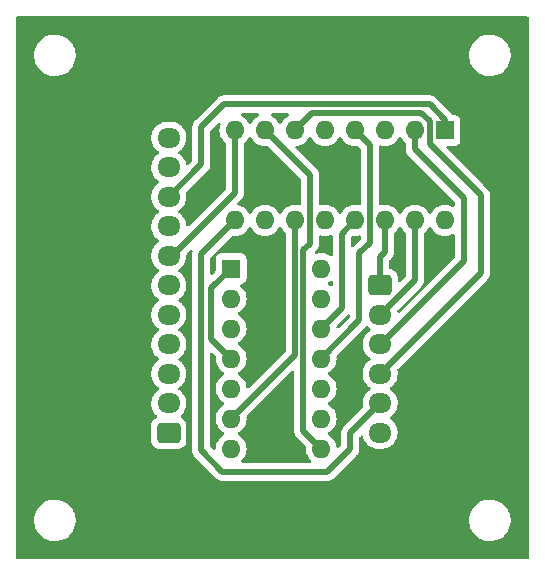
<source format=gbr>
%TF.GenerationSoftware,KiCad,Pcbnew,(6.0.6)*%
%TF.CreationDate,2022-10-10T23:24:50+05:30*%
%TF.ProjectId,exp2,65787032-2e6b-4696-9361-645f70636258,rev?*%
%TF.SameCoordinates,Original*%
%TF.FileFunction,Copper,L2,Bot*%
%TF.FilePolarity,Positive*%
%FSLAX46Y46*%
G04 Gerber Fmt 4.6, Leading zero omitted, Abs format (unit mm)*
G04 Created by KiCad (PCBNEW (6.0.6)) date 2022-10-10 23:24:50*
%MOMM*%
%LPD*%
G01*
G04 APERTURE LIST*
G04 Aperture macros list*
%AMRoundRect*
0 Rectangle with rounded corners*
0 $1 Rounding radius*
0 $2 $3 $4 $5 $6 $7 $8 $9 X,Y pos of 4 corners*
0 Add a 4 corners polygon primitive as box body*
4,1,4,$2,$3,$4,$5,$6,$7,$8,$9,$2,$3,0*
0 Add four circle primitives for the rounded corners*
1,1,$1+$1,$2,$3*
1,1,$1+$1,$4,$5*
1,1,$1+$1,$6,$7*
1,1,$1+$1,$8,$9*
0 Add four rect primitives between the rounded corners*
20,1,$1+$1,$2,$3,$4,$5,0*
20,1,$1+$1,$4,$5,$6,$7,0*
20,1,$1+$1,$6,$7,$8,$9,0*
20,1,$1+$1,$8,$9,$2,$3,0*%
G04 Aperture macros list end*
%TA.AperFunction,ComponentPad*%
%ADD10RoundRect,0.250000X-0.725000X0.600000X-0.725000X-0.600000X0.725000X-0.600000X0.725000X0.600000X0*%
%TD*%
%TA.AperFunction,ComponentPad*%
%ADD11O,1.950000X1.700000*%
%TD*%
%TA.AperFunction,ComponentPad*%
%ADD12R,1.600000X1.600000*%
%TD*%
%TA.AperFunction,ComponentPad*%
%ADD13O,1.600000X1.600000*%
%TD*%
%TA.AperFunction,ComponentPad*%
%ADD14RoundRect,0.250000X0.725000X-0.600000X0.725000X0.600000X-0.725000X0.600000X-0.725000X-0.600000X0*%
%TD*%
%TA.AperFunction,Conductor*%
%ADD15C,0.508000*%
%TD*%
G04 APERTURE END LIST*
D10*
%TO.P,J2,1,Pin_1*%
%TO.N,CO*%
X129127500Y-99460000D03*
D11*
%TO.P,J2,2,Pin_2*%
%TO.N,S3*%
X129127500Y-101960000D03*
%TO.P,J2,3,Pin_3*%
%TO.N,S2*%
X129127500Y-104460000D03*
%TO.P,J2,4,Pin_4*%
%TO.N,S1*%
X129127500Y-106960000D03*
%TO.P,J2,5,Pin_5*%
%TO.N,S0*%
X129127500Y-109460000D03*
%TO.P,J2,6,Pin_6*%
%TO.N,GND*%
X129127500Y-111960000D03*
%TD*%
D12*
%TO.P,U2,1,A4*%
%TO.N,A3*%
X134620000Y-86360000D03*
D13*
%TO.P,U2,2,S3*%
%TO.N,S2*%
X132080000Y-86360000D03*
%TO.P,U2,3,A3*%
%TO.N,A2*%
X129540000Y-86360000D03*
%TO.P,U2,4,B3*%
%TO.N,Net-(U1-Pad11)*%
X127000000Y-86360000D03*
%TO.P,U2,5,VCC*%
%TO.N,VCC*%
X124460000Y-86360000D03*
%TO.P,U2,6,S2*%
%TO.N,S1*%
X121920000Y-86360000D03*
%TO.P,U2,7,B2*%
%TO.N,Net-(U1-Pad8)*%
X119380000Y-86360000D03*
%TO.P,U2,8,A2*%
%TO.N,A1*%
X116840000Y-86360000D03*
%TO.P,U2,9,S1*%
%TO.N,S0*%
X116840000Y-93980000D03*
%TO.P,U2,10,A1*%
%TO.N,A0*%
X119380000Y-93980000D03*
%TO.P,U2,11,B1*%
%TO.N,Net-(U1-Pad6)*%
X121920000Y-93980000D03*
%TO.P,U2,12,GND*%
%TO.N,GND*%
X124460000Y-93980000D03*
%TO.P,U2,13,C0*%
%TO.N,Cin*%
X127000000Y-93980000D03*
%TO.P,U2,14,C4*%
%TO.N,CO*%
X129540000Y-93980000D03*
%TO.P,U2,15,S4*%
%TO.N,S3*%
X132080000Y-93980000D03*
%TO.P,U2,16,B4*%
%TO.N,Net-(U1-Pad3)*%
X134620000Y-93980000D03*
%TD*%
D14*
%TO.P,J1,1,Pin_1*%
%TO.N,Cin*%
X111240000Y-111980000D03*
D11*
%TO.P,J1,2,Pin_2*%
%TO.N,B0*%
X111240000Y-109480000D03*
%TO.P,J1,3,Pin_3*%
%TO.N,B1*%
X111240000Y-106980000D03*
%TO.P,J1,4,Pin_4*%
%TO.N,B2*%
X111240000Y-104480000D03*
%TO.P,J1,5,Pin_5*%
%TO.N,B3*%
X111240000Y-101980000D03*
%TO.P,J1,6,Pin_6*%
%TO.N,A0*%
X111240000Y-99480000D03*
%TO.P,J1,7,Pin_7*%
%TO.N,A1*%
X111240000Y-96980000D03*
%TO.P,J1,8,Pin_8*%
%TO.N,A2*%
X111240000Y-94480000D03*
%TO.P,J1,9,Pin_9*%
%TO.N,A3*%
X111240000Y-91980000D03*
%TO.P,J1,10,Pin_10*%
%TO.N,GND*%
X111240000Y-89480000D03*
%TO.P,J1,11,Pin_11*%
%TO.N,VCC*%
X111240000Y-86980000D03*
%TD*%
D12*
%TO.P,U1,1*%
%TO.N,Cin*%
X116510000Y-98065000D03*
D13*
%TO.P,U1,2*%
%TO.N,B3*%
X116510000Y-100605000D03*
%TO.P,U1,3*%
%TO.N,Net-(U1-Pad3)*%
X116510000Y-103145000D03*
%TO.P,U1,4*%
%TO.N,Cin*%
X116510000Y-105685000D03*
%TO.P,U1,5*%
%TO.N,B0*%
X116510000Y-108225000D03*
%TO.P,U1,6*%
%TO.N,Net-(U1-Pad6)*%
X116510000Y-110765000D03*
%TO.P,U1,7,GND*%
%TO.N,GND*%
X116510000Y-113305000D03*
%TO.P,U1,8*%
%TO.N,Net-(U1-Pad8)*%
X124130000Y-113305000D03*
%TO.P,U1,9*%
%TO.N,Cin*%
X124130000Y-110765000D03*
%TO.P,U1,10*%
%TO.N,B1*%
X124130000Y-108225000D03*
%TO.P,U1,11*%
%TO.N,Net-(U1-Pad11)*%
X124130000Y-105685000D03*
%TO.P,U1,12*%
%TO.N,Cin*%
X124130000Y-103145000D03*
%TO.P,U1,13*%
%TO.N,B2*%
X124130000Y-100605000D03*
%TO.P,U1,14,VCC*%
%TO.N,VCC*%
X124130000Y-98065000D03*
%TD*%
D15*
%TO.N,Net-(U1-Pad6)*%
X121920000Y-105355000D02*
X121920000Y-93980000D01*
X116510000Y-110765000D02*
X121920000Y-105355000D01*
%TO.N,S0*%
X126600000Y-113330000D02*
X126600000Y-112010000D01*
X115780000Y-115270000D02*
X124660000Y-115270000D01*
X113980000Y-113470000D02*
X115780000Y-115270000D01*
X124660000Y-115270000D02*
X126600000Y-113330000D01*
X113980000Y-96840000D02*
X113980000Y-113470000D01*
X116840000Y-93980000D02*
X113980000Y-96840000D01*
X126600000Y-112010000D02*
X129127500Y-109482500D01*
%TO.N,Net-(U1-Pad8)*%
X123190000Y-95970000D02*
X123190000Y-90170000D01*
X122630000Y-96530000D02*
X123190000Y-95970000D01*
X122630000Y-111805000D02*
X122630000Y-96530000D01*
X124130000Y-113305000D02*
X122630000Y-111805000D01*
X123190000Y-90170000D02*
X119380000Y-86360000D01*
%TO.N,Cin*%
X125880000Y-95100000D02*
X127000000Y-93980000D01*
X125880000Y-101395000D02*
X125880000Y-95100000D01*
X124130000Y-103145000D02*
X125880000Y-101395000D01*
%TO.N,Net-(U1-Pad11)*%
X128254000Y-87614000D02*
X127000000Y-86360000D01*
X128254000Y-95896000D02*
X128254000Y-87614000D01*
X127370000Y-102445000D02*
X127370000Y-96780000D01*
X127370000Y-96780000D02*
X128254000Y-95896000D01*
X124130000Y-105685000D02*
X127370000Y-102445000D01*
%TO.N,CO*%
X129127500Y-97052500D02*
X129127500Y-99460000D01*
X129540000Y-96640000D02*
X129127500Y-97052500D01*
X129540000Y-93980000D02*
X129540000Y-96640000D01*
%TO.N,S1*%
X129140000Y-106960000D02*
X129127500Y-106960000D01*
X137670000Y-98430000D02*
X129140000Y-106960000D01*
X137206000Y-91406000D02*
X137670000Y-91870000D01*
X137206000Y-91400000D02*
X137206000Y-91406000D01*
X133340000Y-85600000D02*
X133340000Y-87534000D01*
X137670000Y-91870000D02*
X137670000Y-98430000D01*
X132618000Y-84878000D02*
X133340000Y-85600000D01*
X121920000Y-86360000D02*
X123402000Y-84878000D01*
X123402000Y-84878000D02*
X132618000Y-84878000D01*
X133340000Y-87534000D02*
X137206000Y-91400000D01*
%TO.N,A3*%
X114000000Y-86090000D02*
X115920000Y-84170000D01*
X114000000Y-89250000D02*
X114000000Y-86090000D01*
X115920000Y-84170000D02*
X133320000Y-84170000D01*
X134620000Y-85470000D02*
X134620000Y-86360000D01*
X111240000Y-91980000D02*
X111270000Y-91980000D01*
X111270000Y-91980000D02*
X114000000Y-89250000D01*
X133320000Y-84170000D02*
X134620000Y-85470000D01*
%TO.N,Cin*%
X114820532Y-103995532D02*
X114820532Y-99754468D01*
X116510000Y-105685000D02*
X114820532Y-103995532D01*
X114820532Y-99754468D02*
X116510000Y-98065000D01*
%TO.N,A1*%
X111240000Y-96980000D02*
X111490000Y-96980000D01*
X111490000Y-96980000D02*
X116840000Y-91630000D01*
X116840000Y-91630000D02*
X116840000Y-86360000D01*
%TO.N,S3*%
X129127500Y-101960000D02*
X132080000Y-99007500D01*
X132080000Y-99007500D02*
X132080000Y-93980000D01*
%TO.N,S2*%
X129180000Y-104460000D02*
X136190000Y-97450000D01*
X129127500Y-104460000D02*
X129180000Y-104460000D01*
X136190000Y-92090000D02*
X132080000Y-87980000D01*
X132080000Y-87980000D02*
X132080000Y-86360000D01*
X136190000Y-97450000D02*
X136190000Y-92090000D01*
%TD*%
%TA.AperFunction,NonConductor*%
G36*
X121384881Y-84952502D02*
G01*
X121431374Y-85006158D01*
X121441478Y-85076432D01*
X121411984Y-85141012D01*
X121370009Y-85172695D01*
X121268242Y-85220149D01*
X121268236Y-85220153D01*
X121263251Y-85222477D01*
X121158389Y-85295902D01*
X121080211Y-85350643D01*
X121080208Y-85350645D01*
X121075700Y-85353802D01*
X120913802Y-85515700D01*
X120910645Y-85520208D01*
X120910643Y-85520211D01*
X120865140Y-85585196D01*
X120782477Y-85703251D01*
X120780154Y-85708233D01*
X120780151Y-85708238D01*
X120764195Y-85742457D01*
X120717278Y-85795742D01*
X120649001Y-85815203D01*
X120581041Y-85794661D01*
X120535805Y-85742457D01*
X120519849Y-85708238D01*
X120519846Y-85708233D01*
X120517523Y-85703251D01*
X120434860Y-85585196D01*
X120389357Y-85520211D01*
X120389355Y-85520208D01*
X120386198Y-85515700D01*
X120224300Y-85353802D01*
X120219792Y-85350645D01*
X120219789Y-85350643D01*
X120141611Y-85295902D01*
X120036749Y-85222477D01*
X120031764Y-85220153D01*
X120031758Y-85220149D01*
X119929991Y-85172695D01*
X119876705Y-85125778D01*
X119857244Y-85057501D01*
X119877786Y-84989541D01*
X119931808Y-84943475D01*
X119983240Y-84932500D01*
X121316760Y-84932500D01*
X121384881Y-84952502D01*
G37*
%TD.AperFunction*%
%TA.AperFunction,NonConductor*%
G36*
X118844881Y-84952502D02*
G01*
X118891374Y-85006158D01*
X118901478Y-85076432D01*
X118871984Y-85141012D01*
X118830009Y-85172695D01*
X118728242Y-85220149D01*
X118728236Y-85220153D01*
X118723251Y-85222477D01*
X118618389Y-85295902D01*
X118540211Y-85350643D01*
X118540208Y-85350645D01*
X118535700Y-85353802D01*
X118373802Y-85515700D01*
X118370645Y-85520208D01*
X118370643Y-85520211D01*
X118325140Y-85585196D01*
X118242477Y-85703251D01*
X118240154Y-85708233D01*
X118240151Y-85708238D01*
X118224195Y-85742457D01*
X118177278Y-85795742D01*
X118109001Y-85815203D01*
X118041041Y-85794661D01*
X117995805Y-85742457D01*
X117979849Y-85708238D01*
X117979846Y-85708233D01*
X117977523Y-85703251D01*
X117894860Y-85585196D01*
X117849357Y-85520211D01*
X117849355Y-85520208D01*
X117846198Y-85515700D01*
X117684300Y-85353802D01*
X117679792Y-85350645D01*
X117679789Y-85350643D01*
X117601611Y-85295902D01*
X117496749Y-85222477D01*
X117491764Y-85220153D01*
X117491758Y-85220149D01*
X117389991Y-85172695D01*
X117336705Y-85125778D01*
X117317244Y-85057501D01*
X117337786Y-84989541D01*
X117391808Y-84943475D01*
X117443240Y-84932500D01*
X118776760Y-84932500D01*
X118844881Y-84952502D01*
G37*
%TD.AperFunction*%
%TA.AperFunction,NonConductor*%
G36*
X118178959Y-86925339D02*
G01*
X118224195Y-86977543D01*
X118240151Y-87011762D01*
X118240154Y-87011767D01*
X118242477Y-87016749D01*
X118373802Y-87204300D01*
X118535700Y-87366198D01*
X118540208Y-87369355D01*
X118540211Y-87369357D01*
X118563773Y-87385855D01*
X118723251Y-87497523D01*
X118728233Y-87499846D01*
X118728238Y-87499849D01*
X118923249Y-87590783D01*
X118930757Y-87594284D01*
X118936065Y-87595706D01*
X118936067Y-87595707D01*
X119146598Y-87652119D01*
X119146600Y-87652119D01*
X119151913Y-87653543D01*
X119380000Y-87673498D01*
X119385475Y-87673019D01*
X119537711Y-87659700D01*
X119607316Y-87673689D01*
X119637788Y-87696126D01*
X122390595Y-90448933D01*
X122424621Y-90511245D01*
X122427500Y-90538028D01*
X122427500Y-92597119D01*
X122407498Y-92665240D01*
X122353842Y-92711733D01*
X122283568Y-92721837D01*
X122268889Y-92718826D01*
X122153402Y-92687881D01*
X122153400Y-92687881D01*
X122148087Y-92686457D01*
X121920000Y-92666502D01*
X121691913Y-92686457D01*
X121686600Y-92687881D01*
X121686598Y-92687881D01*
X121476067Y-92744293D01*
X121476065Y-92744294D01*
X121470757Y-92745716D01*
X121465776Y-92748039D01*
X121465775Y-92748039D01*
X121268238Y-92840151D01*
X121268233Y-92840154D01*
X121263251Y-92842477D01*
X121204773Y-92883424D01*
X121080211Y-92970643D01*
X121080208Y-92970645D01*
X121075700Y-92973802D01*
X120913802Y-93135700D01*
X120910645Y-93140208D01*
X120910643Y-93140211D01*
X120888866Y-93171312D01*
X120782477Y-93323251D01*
X120780154Y-93328233D01*
X120780151Y-93328238D01*
X120764195Y-93362457D01*
X120717278Y-93415742D01*
X120649001Y-93435203D01*
X120581041Y-93414661D01*
X120535805Y-93362457D01*
X120519849Y-93328238D01*
X120519846Y-93328233D01*
X120517523Y-93323251D01*
X120411134Y-93171312D01*
X120389357Y-93140211D01*
X120389355Y-93140208D01*
X120386198Y-93135700D01*
X120224300Y-92973802D01*
X120219792Y-92970645D01*
X120219789Y-92970643D01*
X120095227Y-92883424D01*
X120036749Y-92842477D01*
X120031767Y-92840154D01*
X120031762Y-92840151D01*
X119834225Y-92748039D01*
X119834224Y-92748039D01*
X119829243Y-92745716D01*
X119823935Y-92744294D01*
X119823933Y-92744293D01*
X119613402Y-92687881D01*
X119613400Y-92687881D01*
X119608087Y-92686457D01*
X119380000Y-92666502D01*
X119151913Y-92686457D01*
X119146600Y-92687881D01*
X119146598Y-92687881D01*
X118936067Y-92744293D01*
X118936065Y-92744294D01*
X118930757Y-92745716D01*
X118925776Y-92748039D01*
X118925775Y-92748039D01*
X118728238Y-92840151D01*
X118728233Y-92840154D01*
X118723251Y-92842477D01*
X118664773Y-92883424D01*
X118540211Y-92970643D01*
X118540208Y-92970645D01*
X118535700Y-92973802D01*
X118373802Y-93135700D01*
X118370645Y-93140208D01*
X118370643Y-93140211D01*
X118348866Y-93171312D01*
X118242477Y-93323251D01*
X118240154Y-93328233D01*
X118240151Y-93328238D01*
X118224195Y-93362457D01*
X118177278Y-93415742D01*
X118109001Y-93435203D01*
X118041041Y-93414661D01*
X117995805Y-93362457D01*
X117979849Y-93328238D01*
X117979846Y-93328233D01*
X117977523Y-93323251D01*
X117871134Y-93171312D01*
X117849357Y-93140211D01*
X117849355Y-93140208D01*
X117846198Y-93135700D01*
X117684300Y-92973802D01*
X117679792Y-92970645D01*
X117679789Y-92970643D01*
X117555227Y-92883424D01*
X117496749Y-92842477D01*
X117491767Y-92840154D01*
X117491762Y-92840151D01*
X117294225Y-92748039D01*
X117294224Y-92748039D01*
X117289243Y-92745716D01*
X117283935Y-92744294D01*
X117283933Y-92744293D01*
X117184127Y-92717550D01*
X117116258Y-92699365D01*
X117055636Y-92662413D01*
X117024615Y-92598553D01*
X117033043Y-92528058D01*
X117059775Y-92488563D01*
X117331528Y-92216810D01*
X117345941Y-92204423D01*
X117357665Y-92195795D01*
X117363564Y-92191454D01*
X117397979Y-92150945D01*
X117404909Y-92143429D01*
X117410653Y-92137685D01*
X117412932Y-92134805D01*
X117428384Y-92115275D01*
X117431171Y-92111876D01*
X117473943Y-92061529D01*
X117478684Y-92055949D01*
X117482013Y-92049430D01*
X117485426Y-92044312D01*
X117488623Y-92039135D01*
X117493161Y-92033400D01*
X117524241Y-91966899D01*
X117526173Y-91962947D01*
X117556213Y-91904118D01*
X117556214Y-91904116D01*
X117559543Y-91897596D01*
X117561284Y-91890480D01*
X117563420Y-91884736D01*
X117565344Y-91878954D01*
X117568444Y-91872320D01*
X117583395Y-91800440D01*
X117584365Y-91796156D01*
X117601804Y-91724888D01*
X117602500Y-91713670D01*
X117602537Y-91713672D01*
X117602773Y-91709773D01*
X117603163Y-91705402D01*
X117604652Y-91698243D01*
X117602546Y-91620423D01*
X117602500Y-91617014D01*
X117602500Y-87489067D01*
X117622502Y-87420946D01*
X117656228Y-87385855D01*
X117679786Y-87369359D01*
X117679788Y-87369357D01*
X117684300Y-87366198D01*
X117846198Y-87204300D01*
X117977523Y-87016749D01*
X117979846Y-87011767D01*
X117979849Y-87011762D01*
X117995805Y-86977543D01*
X118042722Y-86924258D01*
X118110999Y-86904797D01*
X118178959Y-86925339D01*
G37*
%TD.AperFunction*%
%TA.AperFunction,NonConductor*%
G36*
X125798959Y-86925339D02*
G01*
X125844195Y-86977543D01*
X125860151Y-87011762D01*
X125860154Y-87011767D01*
X125862477Y-87016749D01*
X125993802Y-87204300D01*
X126155700Y-87366198D01*
X126160208Y-87369355D01*
X126160211Y-87369357D01*
X126183773Y-87385855D01*
X126343251Y-87497523D01*
X126348233Y-87499846D01*
X126348238Y-87499849D01*
X126543249Y-87590783D01*
X126550757Y-87594284D01*
X126556065Y-87595706D01*
X126556067Y-87595707D01*
X126766598Y-87652119D01*
X126766600Y-87652119D01*
X126771913Y-87653543D01*
X127000000Y-87673498D01*
X127005475Y-87673019D01*
X127157711Y-87659700D01*
X127227316Y-87673689D01*
X127257788Y-87696126D01*
X127454595Y-87892933D01*
X127488621Y-87955245D01*
X127491500Y-87982028D01*
X127491500Y-92592832D01*
X127471498Y-92660953D01*
X127417842Y-92707446D01*
X127347568Y-92717550D01*
X127332895Y-92714540D01*
X127228087Y-92686457D01*
X127000000Y-92666502D01*
X126771913Y-92686457D01*
X126766600Y-92687881D01*
X126766598Y-92687881D01*
X126556067Y-92744293D01*
X126556065Y-92744294D01*
X126550757Y-92745716D01*
X126545776Y-92748039D01*
X126545775Y-92748039D01*
X126348238Y-92840151D01*
X126348233Y-92840154D01*
X126343251Y-92842477D01*
X126284773Y-92883424D01*
X126160211Y-92970643D01*
X126160208Y-92970645D01*
X126155700Y-92973802D01*
X125993802Y-93135700D01*
X125990645Y-93140208D01*
X125990643Y-93140211D01*
X125968866Y-93171312D01*
X125862477Y-93323251D01*
X125860154Y-93328233D01*
X125860151Y-93328238D01*
X125844195Y-93362457D01*
X125797278Y-93415742D01*
X125729001Y-93435203D01*
X125661041Y-93414661D01*
X125615805Y-93362457D01*
X125599849Y-93328238D01*
X125599846Y-93328233D01*
X125597523Y-93323251D01*
X125491134Y-93171312D01*
X125469357Y-93140211D01*
X125469355Y-93140208D01*
X125466198Y-93135700D01*
X125304300Y-92973802D01*
X125299792Y-92970645D01*
X125299789Y-92970643D01*
X125175227Y-92883424D01*
X125116749Y-92842477D01*
X125111767Y-92840154D01*
X125111762Y-92840151D01*
X124914225Y-92748039D01*
X124914224Y-92748039D01*
X124909243Y-92745716D01*
X124903935Y-92744294D01*
X124903933Y-92744293D01*
X124693402Y-92687881D01*
X124693400Y-92687881D01*
X124688087Y-92686457D01*
X124460000Y-92666502D01*
X124231913Y-92686457D01*
X124226600Y-92687881D01*
X124226598Y-92687881D01*
X124111111Y-92718826D01*
X124040135Y-92717136D01*
X123981339Y-92677342D01*
X123953391Y-92612078D01*
X123952500Y-92597119D01*
X123952500Y-90237377D01*
X123953933Y-90218427D01*
X123956124Y-90204028D01*
X123956124Y-90204022D01*
X123957224Y-90196793D01*
X123952915Y-90143818D01*
X123952500Y-90133603D01*
X123952500Y-90125475D01*
X123952078Y-90121853D01*
X123952077Y-90121840D01*
X123949191Y-90097086D01*
X123948758Y-90092710D01*
X123948602Y-90090783D01*
X123942809Y-90019574D01*
X123940553Y-90012612D01*
X123939357Y-90006624D01*
X123937949Y-90000667D01*
X123937101Y-89993393D01*
X123934603Y-89986511D01*
X123934602Y-89986507D01*
X123912055Y-89924393D01*
X123910645Y-89920289D01*
X123888013Y-89850425D01*
X123884213Y-89844162D01*
X123881675Y-89838620D01*
X123878933Y-89833144D01*
X123876434Y-89826259D01*
X123840169Y-89770945D01*
X123836185Y-89764868D01*
X123833870Y-89761200D01*
X123795773Y-89698419D01*
X123788333Y-89689995D01*
X123788362Y-89689969D01*
X123785762Y-89687038D01*
X123782958Y-89683684D01*
X123778946Y-89677565D01*
X123722413Y-89624011D01*
X123719972Y-89621634D01*
X121974822Y-87876484D01*
X121940796Y-87814172D01*
X121945861Y-87743357D01*
X121988408Y-87686521D01*
X122052935Y-87661868D01*
X122088684Y-87658740D01*
X122148087Y-87653543D01*
X122153400Y-87652119D01*
X122153402Y-87652119D01*
X122363933Y-87595707D01*
X122363935Y-87595706D01*
X122369243Y-87594284D01*
X122376751Y-87590783D01*
X122571762Y-87499849D01*
X122571767Y-87499846D01*
X122576749Y-87497523D01*
X122736227Y-87385855D01*
X122759789Y-87369357D01*
X122759792Y-87369355D01*
X122764300Y-87366198D01*
X122926198Y-87204300D01*
X123057523Y-87016749D01*
X123059846Y-87011767D01*
X123059849Y-87011762D01*
X123075805Y-86977543D01*
X123122722Y-86924258D01*
X123190999Y-86904797D01*
X123258959Y-86925339D01*
X123304195Y-86977543D01*
X123320151Y-87011762D01*
X123320154Y-87011767D01*
X123322477Y-87016749D01*
X123453802Y-87204300D01*
X123615700Y-87366198D01*
X123620208Y-87369355D01*
X123620211Y-87369357D01*
X123643773Y-87385855D01*
X123803251Y-87497523D01*
X123808233Y-87499846D01*
X123808238Y-87499849D01*
X124003249Y-87590783D01*
X124010757Y-87594284D01*
X124016065Y-87595706D01*
X124016067Y-87595707D01*
X124226598Y-87652119D01*
X124226600Y-87652119D01*
X124231913Y-87653543D01*
X124460000Y-87673498D01*
X124688087Y-87653543D01*
X124693400Y-87652119D01*
X124693402Y-87652119D01*
X124903933Y-87595707D01*
X124903935Y-87595706D01*
X124909243Y-87594284D01*
X124916751Y-87590783D01*
X125111762Y-87499849D01*
X125111767Y-87499846D01*
X125116749Y-87497523D01*
X125276227Y-87385855D01*
X125299789Y-87369357D01*
X125299792Y-87369355D01*
X125304300Y-87366198D01*
X125466198Y-87204300D01*
X125597523Y-87016749D01*
X125599846Y-87011767D01*
X125599849Y-87011762D01*
X125615805Y-86977543D01*
X125662722Y-86924258D01*
X125730999Y-86904797D01*
X125798959Y-86925339D01*
G37*
%TD.AperFunction*%
%TA.AperFunction,NonConductor*%
G36*
X130878959Y-86925339D02*
G01*
X130924195Y-86977543D01*
X130940151Y-87011762D01*
X130940154Y-87011767D01*
X130942477Y-87016749D01*
X131073802Y-87204300D01*
X131235700Y-87366198D01*
X131240212Y-87369357D01*
X131240214Y-87369359D01*
X131263772Y-87385855D01*
X131308100Y-87441312D01*
X131317500Y-87489067D01*
X131317500Y-87912624D01*
X131316067Y-87931574D01*
X131313876Y-87945973D01*
X131313876Y-87945979D01*
X131312776Y-87953208D01*
X131313369Y-87960500D01*
X131313369Y-87960503D01*
X131317085Y-88006183D01*
X131317500Y-88016398D01*
X131317500Y-88024525D01*
X131320811Y-88052924D01*
X131321238Y-88057244D01*
X131327191Y-88130426D01*
X131329447Y-88137388D01*
X131330643Y-88143376D01*
X131332051Y-88149333D01*
X131332899Y-88156607D01*
X131335397Y-88163489D01*
X131335398Y-88163493D01*
X131357945Y-88225607D01*
X131359355Y-88229711D01*
X131381987Y-88299575D01*
X131385787Y-88305838D01*
X131388325Y-88311380D01*
X131391067Y-88316856D01*
X131393566Y-88323741D01*
X131397581Y-88329865D01*
X131433815Y-88385132D01*
X131436130Y-88388800D01*
X131474227Y-88451581D01*
X131477941Y-88455786D01*
X131477943Y-88455789D01*
X131481667Y-88460005D01*
X131481638Y-88460031D01*
X131484238Y-88462962D01*
X131487042Y-88466316D01*
X131491054Y-88472435D01*
X131527107Y-88506588D01*
X131547586Y-88525988D01*
X131550028Y-88528366D01*
X135390595Y-92368933D01*
X135424621Y-92431245D01*
X135427500Y-92458028D01*
X135427500Y-92714993D01*
X135407498Y-92783114D01*
X135353842Y-92829607D01*
X135283568Y-92839711D01*
X135248250Y-92829188D01*
X135158522Y-92787347D01*
X135069243Y-92745716D01*
X135063935Y-92744294D01*
X135063933Y-92744293D01*
X134853402Y-92687881D01*
X134853400Y-92687881D01*
X134848087Y-92686457D01*
X134620000Y-92666502D01*
X134391913Y-92686457D01*
X134386600Y-92687881D01*
X134386598Y-92687881D01*
X134176067Y-92744293D01*
X134176065Y-92744294D01*
X134170757Y-92745716D01*
X134165776Y-92748039D01*
X134165775Y-92748039D01*
X133968238Y-92840151D01*
X133968233Y-92840154D01*
X133963251Y-92842477D01*
X133904773Y-92883424D01*
X133780211Y-92970643D01*
X133780208Y-92970645D01*
X133775700Y-92973802D01*
X133613802Y-93135700D01*
X133610645Y-93140208D01*
X133610643Y-93140211D01*
X133588866Y-93171312D01*
X133482477Y-93323251D01*
X133480154Y-93328233D01*
X133480151Y-93328238D01*
X133464195Y-93362457D01*
X133417278Y-93415742D01*
X133349001Y-93435203D01*
X133281041Y-93414661D01*
X133235805Y-93362457D01*
X133219849Y-93328238D01*
X133219846Y-93328233D01*
X133217523Y-93323251D01*
X133111134Y-93171312D01*
X133089357Y-93140211D01*
X133089355Y-93140208D01*
X133086198Y-93135700D01*
X132924300Y-92973802D01*
X132919792Y-92970645D01*
X132919789Y-92970643D01*
X132795227Y-92883424D01*
X132736749Y-92842477D01*
X132731767Y-92840154D01*
X132731762Y-92840151D01*
X132534225Y-92748039D01*
X132534224Y-92748039D01*
X132529243Y-92745716D01*
X132523935Y-92744294D01*
X132523933Y-92744293D01*
X132313402Y-92687881D01*
X132313400Y-92687881D01*
X132308087Y-92686457D01*
X132080000Y-92666502D01*
X131851913Y-92686457D01*
X131846600Y-92687881D01*
X131846598Y-92687881D01*
X131636067Y-92744293D01*
X131636065Y-92744294D01*
X131630757Y-92745716D01*
X131625776Y-92748039D01*
X131625775Y-92748039D01*
X131428238Y-92840151D01*
X131428233Y-92840154D01*
X131423251Y-92842477D01*
X131364773Y-92883424D01*
X131240211Y-92970643D01*
X131240208Y-92970645D01*
X131235700Y-92973802D01*
X131073802Y-93135700D01*
X131070645Y-93140208D01*
X131070643Y-93140211D01*
X131048866Y-93171312D01*
X130942477Y-93323251D01*
X130940154Y-93328233D01*
X130940151Y-93328238D01*
X130924195Y-93362457D01*
X130877278Y-93415742D01*
X130809001Y-93435203D01*
X130741041Y-93414661D01*
X130695805Y-93362457D01*
X130679849Y-93328238D01*
X130679846Y-93328233D01*
X130677523Y-93323251D01*
X130571134Y-93171312D01*
X130549357Y-93140211D01*
X130549355Y-93140208D01*
X130546198Y-93135700D01*
X130384300Y-92973802D01*
X130379792Y-92970645D01*
X130379789Y-92970643D01*
X130255227Y-92883424D01*
X130196749Y-92842477D01*
X130191767Y-92840154D01*
X130191762Y-92840151D01*
X129994225Y-92748039D01*
X129994224Y-92748039D01*
X129989243Y-92745716D01*
X129983935Y-92744294D01*
X129983933Y-92744293D01*
X129773402Y-92687881D01*
X129773400Y-92687881D01*
X129768087Y-92686457D01*
X129540000Y-92666502D01*
X129311913Y-92686457D01*
X129306600Y-92687881D01*
X129306598Y-92687881D01*
X129175111Y-92723113D01*
X129104135Y-92721423D01*
X129045339Y-92681629D01*
X129017391Y-92616365D01*
X129016500Y-92601406D01*
X129016500Y-87738594D01*
X129036502Y-87670473D01*
X129090158Y-87623980D01*
X129160432Y-87613876D01*
X129175111Y-87616887D01*
X129306598Y-87652119D01*
X129306600Y-87652119D01*
X129311913Y-87653543D01*
X129540000Y-87673498D01*
X129768087Y-87653543D01*
X129773400Y-87652119D01*
X129773402Y-87652119D01*
X129983933Y-87595707D01*
X129983935Y-87595706D01*
X129989243Y-87594284D01*
X129996751Y-87590783D01*
X130191762Y-87499849D01*
X130191767Y-87499846D01*
X130196749Y-87497523D01*
X130356227Y-87385855D01*
X130379789Y-87369357D01*
X130379792Y-87369355D01*
X130384300Y-87366198D01*
X130546198Y-87204300D01*
X130677523Y-87016749D01*
X130679846Y-87011767D01*
X130679849Y-87011762D01*
X130695805Y-86977543D01*
X130742722Y-86924258D01*
X130810999Y-86904797D01*
X130878959Y-86925339D01*
G37*
%TD.AperFunction*%
%TA.AperFunction,NonConductor*%
G36*
X115537737Y-85734767D02*
G01*
X115594573Y-85777314D01*
X115619384Y-85843834D01*
X115608974Y-85900257D01*
X115609922Y-85900602D01*
X115608039Y-85905775D01*
X115605716Y-85910757D01*
X115604294Y-85916065D01*
X115604293Y-85916067D01*
X115560138Y-86080854D01*
X115546457Y-86131913D01*
X115526502Y-86360000D01*
X115546457Y-86588087D01*
X115547881Y-86593400D01*
X115547881Y-86593402D01*
X115571656Y-86682129D01*
X115605716Y-86809243D01*
X115608039Y-86814224D01*
X115608039Y-86814225D01*
X115700151Y-87011762D01*
X115700154Y-87011767D01*
X115702477Y-87016749D01*
X115833802Y-87204300D01*
X115995700Y-87366198D01*
X116000212Y-87369357D01*
X116000214Y-87369359D01*
X116023772Y-87385855D01*
X116068100Y-87441312D01*
X116077500Y-87489067D01*
X116077500Y-91261972D01*
X116057498Y-91330093D01*
X116040595Y-91351067D01*
X112935433Y-94456229D01*
X112873121Y-94490255D01*
X112802306Y-94485190D01*
X112745470Y-94442643D01*
X112720427Y-94371861D01*
X112718449Y-94319173D01*
X112718249Y-94313842D01*
X112670907Y-94088209D01*
X112586224Y-93873779D01*
X112466623Y-93676683D01*
X112379755Y-93576576D01*
X112319023Y-93506588D01*
X112319021Y-93506586D01*
X112315523Y-93502555D01*
X112273970Y-93468484D01*
X112141373Y-93359760D01*
X112141367Y-93359756D01*
X112137245Y-93356376D01*
X112105750Y-93338448D01*
X112056445Y-93287368D01*
X112042583Y-93217738D01*
X112068566Y-93151667D01*
X112097716Y-93124427D01*
X112133642Y-93100240D01*
X112219319Y-93042559D01*
X112386135Y-92883424D01*
X112418659Y-92839711D01*
X112506359Y-92721837D01*
X112523754Y-92698458D01*
X112530100Y-92685978D01*
X112583342Y-92581256D01*
X112628240Y-92492949D01*
X112639084Y-92458028D01*
X112695024Y-92277871D01*
X112696607Y-92272773D01*
X112705666Y-92204423D01*
X112726198Y-92049511D01*
X112726198Y-92049506D01*
X112726898Y-92044226D01*
X112718249Y-91813842D01*
X112696916Y-91712170D01*
X112702503Y-91641395D01*
X112731136Y-91597202D01*
X114491528Y-89836810D01*
X114505941Y-89824423D01*
X114517665Y-89815795D01*
X114523564Y-89811454D01*
X114557979Y-89770945D01*
X114564909Y-89763429D01*
X114570653Y-89757685D01*
X114572927Y-89754811D01*
X114572933Y-89754804D01*
X114588372Y-89735289D01*
X114591163Y-89731885D01*
X114633945Y-89681528D01*
X114633948Y-89681524D01*
X114638684Y-89675949D01*
X114642012Y-89669432D01*
X114645389Y-89664368D01*
X114648616Y-89659144D01*
X114653160Y-89653400D01*
X114667433Y-89622861D01*
X114684232Y-89586918D01*
X114686163Y-89582967D01*
X114716213Y-89524117D01*
X114719543Y-89517596D01*
X114721284Y-89510481D01*
X114723421Y-89504735D01*
X114725345Y-89498952D01*
X114728444Y-89492321D01*
X114743394Y-89420443D01*
X114744363Y-89416162D01*
X114760470Y-89350339D01*
X114761804Y-89344888D01*
X114762500Y-89333670D01*
X114762539Y-89333672D01*
X114762772Y-89329771D01*
X114763161Y-89325412D01*
X114764652Y-89318244D01*
X114762546Y-89240423D01*
X114762500Y-89237014D01*
X114762500Y-86458028D01*
X114782502Y-86389907D01*
X114799405Y-86368933D01*
X115404610Y-85763728D01*
X115466922Y-85729702D01*
X115537737Y-85734767D01*
G37*
%TD.AperFunction*%
%TA.AperFunction,NonConductor*%
G36*
X127403865Y-95247151D02*
G01*
X127462661Y-95286945D01*
X127490609Y-95352209D01*
X127491500Y-95367168D01*
X127491500Y-95527972D01*
X127471498Y-95596093D01*
X127454595Y-95617067D01*
X126878472Y-96193190D01*
X126864059Y-96205577D01*
X126846436Y-96218546D01*
X126845208Y-96216877D01*
X126790962Y-96244080D01*
X126720367Y-96236542D01*
X126665053Y-96192034D01*
X126642500Y-96120098D01*
X126642500Y-95468028D01*
X126662502Y-95399907D01*
X126679405Y-95378933D01*
X126742212Y-95316126D01*
X126804524Y-95282100D01*
X126842289Y-95279700D01*
X126994525Y-95293019D01*
X127000000Y-95293498D01*
X127228087Y-95273543D01*
X127332890Y-95245461D01*
X127403865Y-95247151D01*
G37*
%TD.AperFunction*%
%TA.AperFunction,NonConductor*%
G36*
X125073255Y-95219077D02*
G01*
X125112111Y-95278497D01*
X125117500Y-95314953D01*
X125117500Y-96917028D01*
X125097498Y-96985149D01*
X125043842Y-97031642D01*
X124973568Y-97041746D01*
X124919229Y-97020241D01*
X124916450Y-97018295D01*
X124786749Y-96927477D01*
X124781767Y-96925154D01*
X124781762Y-96925151D01*
X124584225Y-96833039D01*
X124584224Y-96833039D01*
X124579243Y-96830716D01*
X124573935Y-96829294D01*
X124573933Y-96829293D01*
X124363402Y-96772881D01*
X124363400Y-96772881D01*
X124358087Y-96771457D01*
X124130000Y-96751502D01*
X123901913Y-96771457D01*
X123761861Y-96808984D01*
X123690886Y-96807294D01*
X123632090Y-96767500D01*
X123604142Y-96702236D01*
X123615915Y-96632222D01*
X123640156Y-96598182D01*
X123681528Y-96556810D01*
X123695941Y-96544423D01*
X123707665Y-96535795D01*
X123713564Y-96531454D01*
X123747979Y-96490945D01*
X123754909Y-96483429D01*
X123760653Y-96477685D01*
X123762927Y-96474811D01*
X123762933Y-96474804D01*
X123778372Y-96455289D01*
X123781163Y-96451885D01*
X123823945Y-96401528D01*
X123823948Y-96401524D01*
X123828684Y-96395949D01*
X123832012Y-96389432D01*
X123835389Y-96384368D01*
X123838616Y-96379144D01*
X123843160Y-96373400D01*
X123874242Y-96306896D01*
X123876147Y-96302999D01*
X123909543Y-96237596D01*
X123911284Y-96230482D01*
X123913416Y-96224748D01*
X123915344Y-96218952D01*
X123918444Y-96212320D01*
X123933395Y-96140440D01*
X123934365Y-96136156D01*
X123950469Y-96070342D01*
X123951804Y-96064888D01*
X123952500Y-96053670D01*
X123952537Y-96053672D01*
X123952773Y-96049773D01*
X123953163Y-96045402D01*
X123954652Y-96038243D01*
X123952546Y-95960423D01*
X123952500Y-95957014D01*
X123952500Y-95362881D01*
X123972502Y-95294760D01*
X124026158Y-95248267D01*
X124096432Y-95238163D01*
X124111111Y-95241174D01*
X124226598Y-95272119D01*
X124226600Y-95272119D01*
X124231913Y-95273543D01*
X124460000Y-95293498D01*
X124688087Y-95273543D01*
X124693400Y-95272119D01*
X124693402Y-95272119D01*
X124903933Y-95215707D01*
X124903935Y-95215706D01*
X124909243Y-95214284D01*
X124914225Y-95211961D01*
X124914230Y-95211959D01*
X124938251Y-95200758D01*
X125008442Y-95190097D01*
X125073255Y-95219077D01*
G37*
%TD.AperFunction*%
%TA.AperFunction,NonConductor*%
G36*
X130878959Y-94545339D02*
G01*
X130924195Y-94597543D01*
X130940151Y-94631762D01*
X130940154Y-94631767D01*
X130942477Y-94636749D01*
X131073802Y-94824300D01*
X131235700Y-94986198D01*
X131240212Y-94989357D01*
X131240214Y-94989359D01*
X131263772Y-95005855D01*
X131308100Y-95061312D01*
X131317500Y-95109067D01*
X131317500Y-98639472D01*
X131297498Y-98707593D01*
X131280595Y-98728567D01*
X130826095Y-99183067D01*
X130763783Y-99217093D01*
X130692968Y-99212028D01*
X130636132Y-99169481D01*
X130611321Y-99102961D01*
X130611000Y-99093972D01*
X130611000Y-98809600D01*
X130606014Y-98761542D01*
X130600738Y-98710692D01*
X130600737Y-98710688D01*
X130600026Y-98703834D01*
X130593659Y-98684748D01*
X130546368Y-98543002D01*
X130544050Y-98536054D01*
X130450978Y-98385652D01*
X130325803Y-98260695D01*
X130297051Y-98242972D01*
X130181468Y-98171725D01*
X130181466Y-98171724D01*
X130175238Y-98167885D01*
X130095495Y-98141436D01*
X130013889Y-98114368D01*
X130013887Y-98114368D01*
X130007361Y-98112203D01*
X130000522Y-98111502D01*
X129993790Y-98110059D01*
X129994206Y-98108118D01*
X129937424Y-98084926D01*
X129896646Y-98026808D01*
X129890000Y-97986428D01*
X129890000Y-97420528D01*
X129910002Y-97352407D01*
X129926905Y-97331433D01*
X130031528Y-97226810D01*
X130045941Y-97214423D01*
X130057665Y-97205795D01*
X130063564Y-97201454D01*
X130097979Y-97160945D01*
X130104909Y-97153429D01*
X130110653Y-97147685D01*
X130112927Y-97144811D01*
X130112933Y-97144804D01*
X130128372Y-97125289D01*
X130131163Y-97121885D01*
X130173945Y-97071528D01*
X130173948Y-97071524D01*
X130178684Y-97065949D01*
X130182012Y-97059432D01*
X130185389Y-97054368D01*
X130188616Y-97049144D01*
X130193160Y-97043400D01*
X130220802Y-96984256D01*
X130224232Y-96976918D01*
X130226163Y-96972967D01*
X130256213Y-96914117D01*
X130259543Y-96907596D01*
X130261284Y-96900481D01*
X130263421Y-96894735D01*
X130265345Y-96888952D01*
X130268444Y-96882321D01*
X130283394Y-96810443D01*
X130284363Y-96806162D01*
X130292856Y-96771457D01*
X130301804Y-96734888D01*
X130302500Y-96723670D01*
X130302539Y-96723672D01*
X130302772Y-96719771D01*
X130303161Y-96715412D01*
X130304652Y-96708244D01*
X130302546Y-96630423D01*
X130302500Y-96627014D01*
X130302500Y-95109067D01*
X130322502Y-95040946D01*
X130356228Y-95005855D01*
X130379786Y-94989359D01*
X130379788Y-94989357D01*
X130384300Y-94986198D01*
X130546198Y-94824300D01*
X130677523Y-94636749D01*
X130679846Y-94631767D01*
X130679849Y-94631762D01*
X130695805Y-94597543D01*
X130742722Y-94544258D01*
X130810999Y-94524797D01*
X130878959Y-94545339D01*
G37*
%TD.AperFunction*%
%TA.AperFunction,NonConductor*%
G36*
X125055363Y-99104356D02*
G01*
X125103948Y-99156125D01*
X125117500Y-99212972D01*
X125117500Y-99457028D01*
X125097498Y-99525149D01*
X125043842Y-99571642D01*
X124973568Y-99581746D01*
X124919229Y-99560241D01*
X124903905Y-99549511D01*
X124786749Y-99467477D01*
X124781767Y-99465154D01*
X124781762Y-99465151D01*
X124747543Y-99449195D01*
X124694258Y-99402278D01*
X124674797Y-99334001D01*
X124695339Y-99266041D01*
X124747543Y-99220805D01*
X124781762Y-99204849D01*
X124781767Y-99204846D01*
X124786749Y-99202523D01*
X124919230Y-99109759D01*
X124986503Y-99087071D01*
X125055363Y-99104356D01*
G37*
%TD.AperFunction*%
%TA.AperFunction,NonConductor*%
G36*
X133418959Y-94545339D02*
G01*
X133464195Y-94597543D01*
X133480151Y-94631762D01*
X133480154Y-94631767D01*
X133482477Y-94636749D01*
X133613802Y-94824300D01*
X133775700Y-94986198D01*
X133780208Y-94989355D01*
X133780214Y-94989359D01*
X133963251Y-95117523D01*
X133968233Y-95119846D01*
X133968238Y-95119849D01*
X134118887Y-95190097D01*
X134170757Y-95214284D01*
X134176065Y-95215706D01*
X134176067Y-95215707D01*
X134386598Y-95272119D01*
X134386600Y-95272119D01*
X134391913Y-95273543D01*
X134620000Y-95293498D01*
X134848087Y-95273543D01*
X134853400Y-95272119D01*
X134853402Y-95272119D01*
X135063933Y-95215707D01*
X135063935Y-95215706D01*
X135069243Y-95214284D01*
X135248251Y-95130812D01*
X135318442Y-95120151D01*
X135383255Y-95149131D01*
X135422111Y-95208551D01*
X135427500Y-95245007D01*
X135427500Y-97081973D01*
X135407498Y-97150094D01*
X135390595Y-97171068D01*
X130798464Y-101763198D01*
X130736152Y-101797224D01*
X130665337Y-101792159D01*
X130608501Y-101749612D01*
X130586054Y-101699978D01*
X130579213Y-101667373D01*
X130584800Y-101596598D01*
X130613433Y-101552405D01*
X132571528Y-99594310D01*
X132585941Y-99581923D01*
X132597665Y-99573295D01*
X132603564Y-99568954D01*
X132637979Y-99528445D01*
X132644909Y-99520929D01*
X132650653Y-99515185D01*
X132652932Y-99512305D01*
X132668384Y-99492775D01*
X132671171Y-99489376D01*
X132713943Y-99439029D01*
X132718684Y-99433449D01*
X132722013Y-99426930D01*
X132725426Y-99421812D01*
X132728623Y-99416635D01*
X132733161Y-99410900D01*
X132739115Y-99398162D01*
X132764241Y-99344399D01*
X132766173Y-99340447D01*
X132796213Y-99281618D01*
X132796214Y-99281616D01*
X132799543Y-99275096D01*
X132801284Y-99267980D01*
X132803420Y-99262236D01*
X132805344Y-99256454D01*
X132808444Y-99249820D01*
X132823395Y-99177940D01*
X132824365Y-99173656D01*
X132831137Y-99145980D01*
X132841804Y-99102388D01*
X132842500Y-99091170D01*
X132842537Y-99091172D01*
X132842773Y-99087273D01*
X132843163Y-99082902D01*
X132844652Y-99075743D01*
X132842546Y-98997923D01*
X132842500Y-98994514D01*
X132842500Y-95109067D01*
X132862502Y-95040946D01*
X132896228Y-95005855D01*
X132919786Y-94989359D01*
X132919788Y-94989357D01*
X132924300Y-94986198D01*
X133086198Y-94824300D01*
X133217523Y-94636749D01*
X133219846Y-94631767D01*
X133219849Y-94631762D01*
X133235805Y-94597543D01*
X133282722Y-94544258D01*
X133350999Y-94524797D01*
X133418959Y-94545339D01*
G37*
%TD.AperFunction*%
%TA.AperFunction,NonConductor*%
G36*
X126529633Y-101938458D02*
G01*
X126584947Y-101982966D01*
X126607500Y-102054902D01*
X126607500Y-102076972D01*
X126587498Y-102145093D01*
X126570595Y-102166067D01*
X125646484Y-103090178D01*
X125584172Y-103124204D01*
X125513357Y-103119139D01*
X125456521Y-103076592D01*
X125431869Y-103012067D01*
X125429701Y-102987291D01*
X125443688Y-102917686D01*
X125466126Y-102887212D01*
X126371528Y-101981810D01*
X126385941Y-101969423D01*
X126403564Y-101956454D01*
X126404792Y-101958123D01*
X126459038Y-101930920D01*
X126529633Y-101938458D01*
G37*
%TD.AperFunction*%
%TA.AperFunction,NonConductor*%
G36*
X120718959Y-94545339D02*
G01*
X120764195Y-94597543D01*
X120780151Y-94631762D01*
X120780154Y-94631767D01*
X120782477Y-94636749D01*
X120913802Y-94824300D01*
X121075700Y-94986198D01*
X121080212Y-94989357D01*
X121080214Y-94989359D01*
X121103772Y-95005855D01*
X121148100Y-95061312D01*
X121157500Y-95109067D01*
X121157500Y-104986972D01*
X121137498Y-105055093D01*
X121120595Y-105076067D01*
X118026484Y-108170178D01*
X117964172Y-108204204D01*
X117893357Y-108199139D01*
X117836521Y-108156592D01*
X117811868Y-108092065D01*
X117807797Y-108045539D01*
X117803543Y-107996913D01*
X117788516Y-107940832D01*
X117745707Y-107781067D01*
X117745706Y-107781065D01*
X117744284Y-107775757D01*
X117741961Y-107770775D01*
X117649849Y-107573238D01*
X117649846Y-107573233D01*
X117647523Y-107568251D01*
X117516198Y-107380700D01*
X117354300Y-107218802D01*
X117349792Y-107215645D01*
X117349789Y-107215643D01*
X117250554Y-107146158D01*
X117166749Y-107087477D01*
X117161767Y-107085154D01*
X117161762Y-107085151D01*
X117127543Y-107069195D01*
X117074258Y-107022278D01*
X117054797Y-106954001D01*
X117075339Y-106886041D01*
X117127543Y-106840805D01*
X117161762Y-106824849D01*
X117161767Y-106824846D01*
X117166749Y-106822523D01*
X117271611Y-106749098D01*
X117349789Y-106694357D01*
X117349792Y-106694355D01*
X117354300Y-106691198D01*
X117516198Y-106529300D01*
X117647523Y-106341749D01*
X117649846Y-106336767D01*
X117649849Y-106336762D01*
X117741961Y-106139225D01*
X117741961Y-106139224D01*
X117744284Y-106134243D01*
X117780478Y-105999168D01*
X117802119Y-105918402D01*
X117802119Y-105918400D01*
X117803543Y-105913087D01*
X117823498Y-105685000D01*
X117803543Y-105456913D01*
X117782705Y-105379146D01*
X117745707Y-105241067D01*
X117745706Y-105241065D01*
X117744284Y-105235757D01*
X117741961Y-105230775D01*
X117649849Y-105033238D01*
X117649846Y-105033233D01*
X117647523Y-105028251D01*
X117516198Y-104840700D01*
X117354300Y-104678802D01*
X117349792Y-104675645D01*
X117349789Y-104675643D01*
X117271503Y-104620827D01*
X117166749Y-104547477D01*
X117161767Y-104545154D01*
X117161762Y-104545151D01*
X117127543Y-104529195D01*
X117074258Y-104482278D01*
X117054797Y-104414001D01*
X117075339Y-104346041D01*
X117127543Y-104300805D01*
X117161762Y-104284849D01*
X117161767Y-104284846D01*
X117166749Y-104282523D01*
X117295292Y-104192516D01*
X117349789Y-104154357D01*
X117349792Y-104154355D01*
X117354300Y-104151198D01*
X117516198Y-103989300D01*
X117535107Y-103962296D01*
X117644366Y-103806257D01*
X117647523Y-103801749D01*
X117649846Y-103796767D01*
X117649849Y-103796762D01*
X117741961Y-103599225D01*
X117741961Y-103599224D01*
X117744284Y-103594243D01*
X117769760Y-103499168D01*
X117802119Y-103378402D01*
X117802119Y-103378400D01*
X117803543Y-103373087D01*
X117823498Y-103145000D01*
X117803543Y-102916913D01*
X117795585Y-102887212D01*
X117745707Y-102701067D01*
X117745706Y-102701065D01*
X117744284Y-102695757D01*
X117690892Y-102581256D01*
X117649849Y-102493238D01*
X117649846Y-102493233D01*
X117647523Y-102488251D01*
X117516198Y-102300700D01*
X117354300Y-102138802D01*
X117349792Y-102135645D01*
X117349789Y-102135643D01*
X117265998Y-102076972D01*
X117166749Y-102007477D01*
X117161767Y-102005154D01*
X117161762Y-102005151D01*
X117127543Y-101989195D01*
X117074258Y-101942278D01*
X117054797Y-101874001D01*
X117075339Y-101806041D01*
X117127543Y-101760805D01*
X117161762Y-101744849D01*
X117161767Y-101744846D01*
X117166749Y-101742523D01*
X117314109Y-101639340D01*
X117349789Y-101614357D01*
X117349792Y-101614355D01*
X117354300Y-101611198D01*
X117516198Y-101449300D01*
X117647523Y-101261749D01*
X117649846Y-101256767D01*
X117649849Y-101256762D01*
X117741961Y-101059225D01*
X117741961Y-101059224D01*
X117744284Y-101054243D01*
X117759042Y-100999168D01*
X117802119Y-100838402D01*
X117802119Y-100838400D01*
X117803543Y-100833087D01*
X117823498Y-100605000D01*
X117803543Y-100376913D01*
X117744284Y-100155757D01*
X117741961Y-100150775D01*
X117649849Y-99953238D01*
X117649846Y-99953233D01*
X117647523Y-99948251D01*
X117574098Y-99843389D01*
X117519357Y-99765211D01*
X117519355Y-99765208D01*
X117516198Y-99760700D01*
X117354300Y-99598802D01*
X117349789Y-99595643D01*
X117345576Y-99592108D01*
X117346527Y-99590974D01*
X117306529Y-99540929D01*
X117299224Y-99470310D01*
X117331258Y-99406951D01*
X117392462Y-99370970D01*
X117409517Y-99367918D01*
X117420316Y-99366745D01*
X117556705Y-99315615D01*
X117673261Y-99228261D01*
X117760615Y-99111705D01*
X117811745Y-98975316D01*
X117818500Y-98913134D01*
X117818500Y-97216866D01*
X117811745Y-97154684D01*
X117760615Y-97018295D01*
X117673261Y-96901739D01*
X117556705Y-96814385D01*
X117420316Y-96763255D01*
X117358134Y-96756500D01*
X115661866Y-96756500D01*
X115599684Y-96763255D01*
X115463295Y-96814385D01*
X115414070Y-96851277D01*
X115364465Y-96888454D01*
X115345085Y-96895695D01*
X115343216Y-96904285D01*
X115333454Y-96919465D01*
X115259385Y-97018295D01*
X115208255Y-97154684D01*
X115201500Y-97216866D01*
X115201500Y-98242972D01*
X115181498Y-98311093D01*
X115164595Y-98332067D01*
X114957595Y-98539067D01*
X114895283Y-98573093D01*
X114824468Y-98568028D01*
X114767632Y-98525481D01*
X114742821Y-98458961D01*
X114742500Y-98449972D01*
X114742500Y-97208028D01*
X114762502Y-97139907D01*
X114779405Y-97118933D01*
X115143533Y-96754805D01*
X115179412Y-96735213D01*
X115187990Y-96712175D01*
X115199805Y-96698533D01*
X116582212Y-95316126D01*
X116644524Y-95282100D01*
X116682289Y-95279700D01*
X116834525Y-95293019D01*
X116840000Y-95293498D01*
X117068087Y-95273543D01*
X117073400Y-95272119D01*
X117073402Y-95272119D01*
X117283933Y-95215707D01*
X117283935Y-95215706D01*
X117289243Y-95214284D01*
X117341113Y-95190097D01*
X117491762Y-95119849D01*
X117491767Y-95119846D01*
X117496749Y-95117523D01*
X117679786Y-94989359D01*
X117679792Y-94989355D01*
X117684300Y-94986198D01*
X117846198Y-94824300D01*
X117977523Y-94636749D01*
X117979846Y-94631767D01*
X117979849Y-94631762D01*
X117995805Y-94597543D01*
X118042722Y-94544258D01*
X118110999Y-94524797D01*
X118178959Y-94545339D01*
X118224195Y-94597543D01*
X118240151Y-94631762D01*
X118240154Y-94631767D01*
X118242477Y-94636749D01*
X118373802Y-94824300D01*
X118535700Y-94986198D01*
X118540208Y-94989355D01*
X118540214Y-94989359D01*
X118723251Y-95117523D01*
X118728233Y-95119846D01*
X118728238Y-95119849D01*
X118878887Y-95190097D01*
X118930757Y-95214284D01*
X118936065Y-95215706D01*
X118936067Y-95215707D01*
X119146598Y-95272119D01*
X119146600Y-95272119D01*
X119151913Y-95273543D01*
X119380000Y-95293498D01*
X119608087Y-95273543D01*
X119613400Y-95272119D01*
X119613402Y-95272119D01*
X119823933Y-95215707D01*
X119823935Y-95215706D01*
X119829243Y-95214284D01*
X119881113Y-95190097D01*
X120031762Y-95119849D01*
X120031767Y-95119846D01*
X120036749Y-95117523D01*
X120219786Y-94989359D01*
X120219792Y-94989355D01*
X120224300Y-94986198D01*
X120386198Y-94824300D01*
X120517523Y-94636749D01*
X120519846Y-94631767D01*
X120519849Y-94631762D01*
X120535805Y-94597543D01*
X120582722Y-94544258D01*
X120650999Y-94524797D01*
X120718959Y-94545339D01*
G37*
%TD.AperFunction*%
%TA.AperFunction,NonConductor*%
G36*
X128088910Y-102967728D02*
G01*
X128226127Y-103080240D01*
X128226133Y-103080244D01*
X128230255Y-103083624D01*
X128261750Y-103101552D01*
X128311055Y-103152632D01*
X128324917Y-103222262D01*
X128298934Y-103288333D01*
X128269784Y-103315573D01*
X128148181Y-103397441D01*
X128144324Y-103401120D01*
X128144322Y-103401122D01*
X128123357Y-103421122D01*
X127981365Y-103556576D01*
X127978182Y-103560854D01*
X127963302Y-103580854D01*
X127843746Y-103741542D01*
X127841330Y-103746293D01*
X127841328Y-103746297D01*
X127833577Y-103761542D01*
X127739260Y-103947051D01*
X127737678Y-103952145D01*
X127737677Y-103952148D01*
X127731467Y-103972148D01*
X127670893Y-104167227D01*
X127670192Y-104172516D01*
X127642788Y-104379284D01*
X127640602Y-104395774D01*
X127640802Y-104401103D01*
X127640802Y-104401105D01*
X127644926Y-104510966D01*
X127649251Y-104626158D01*
X127696593Y-104851791D01*
X127698551Y-104856750D01*
X127698552Y-104856752D01*
X127764501Y-105023743D01*
X127781276Y-105066221D01*
X127784043Y-105070780D01*
X127784044Y-105070783D01*
X127864118Y-105202740D01*
X127900877Y-105263317D01*
X127904374Y-105267347D01*
X128008293Y-105387103D01*
X128051977Y-105437445D01*
X128082403Y-105462393D01*
X128226127Y-105580240D01*
X128226133Y-105580244D01*
X128230255Y-105583624D01*
X128261750Y-105601552D01*
X128311055Y-105652632D01*
X128324917Y-105722262D01*
X128298934Y-105788333D01*
X128269784Y-105815573D01*
X128148181Y-105897441D01*
X128144324Y-105901120D01*
X128144322Y-105901122D01*
X128126208Y-105918402D01*
X127981365Y-106056576D01*
X127978182Y-106060854D01*
X127963302Y-106080854D01*
X127843746Y-106241542D01*
X127841330Y-106246293D01*
X127841328Y-106246297D01*
X127833577Y-106261542D01*
X127739260Y-106447051D01*
X127737678Y-106452145D01*
X127737677Y-106452148D01*
X127713721Y-106529300D01*
X127670893Y-106667227D01*
X127670192Y-106672516D01*
X127652153Y-106808623D01*
X127640602Y-106895774D01*
X127640802Y-106901103D01*
X127640802Y-106901105D01*
X127641553Y-106921105D01*
X127649251Y-107126158D01*
X127696593Y-107351791D01*
X127698551Y-107356750D01*
X127698552Y-107356752D01*
X127706451Y-107376752D01*
X127781276Y-107566221D01*
X127784043Y-107570780D01*
X127784044Y-107570783D01*
X127864118Y-107702740D01*
X127900877Y-107763317D01*
X127904374Y-107767347D01*
X128008293Y-107887103D01*
X128051977Y-107937445D01*
X128093530Y-107971516D01*
X128226127Y-108080240D01*
X128226133Y-108080244D01*
X128230255Y-108083624D01*
X128261750Y-108101552D01*
X128311055Y-108152632D01*
X128324917Y-108222262D01*
X128298934Y-108288333D01*
X128269784Y-108315573D01*
X128148181Y-108397441D01*
X128144324Y-108401120D01*
X128144322Y-108401122D01*
X128123357Y-108421122D01*
X127981365Y-108556576D01*
X127978182Y-108560854D01*
X127963302Y-108580854D01*
X127843746Y-108741542D01*
X127841330Y-108746293D01*
X127841328Y-108746297D01*
X127833577Y-108761542D01*
X127739260Y-108947051D01*
X127737678Y-108952145D01*
X127737677Y-108952148D01*
X127696969Y-109083248D01*
X127670893Y-109167227D01*
X127670192Y-109172516D01*
X127644701Y-109364849D01*
X127640602Y-109395774D01*
X127649251Y-109626158D01*
X127677083Y-109758802D01*
X127679689Y-109771224D01*
X127674102Y-109842000D01*
X127645469Y-109886193D01*
X126108472Y-111423190D01*
X126094059Y-111435577D01*
X126076436Y-111448546D01*
X126071692Y-111454129D01*
X126071693Y-111454129D01*
X126042021Y-111489055D01*
X126035091Y-111496571D01*
X126029347Y-111502315D01*
X126027073Y-111505189D01*
X126027067Y-111505196D01*
X126011628Y-111524711D01*
X126008837Y-111528115D01*
X125966055Y-111578472D01*
X125966052Y-111578476D01*
X125961316Y-111584051D01*
X125957988Y-111590568D01*
X125954611Y-111595632D01*
X125951384Y-111600856D01*
X125946840Y-111606600D01*
X125943741Y-111613231D01*
X125915768Y-111673082D01*
X125913837Y-111677033D01*
X125880457Y-111742404D01*
X125878716Y-111749519D01*
X125876579Y-111755265D01*
X125874655Y-111761048D01*
X125871556Y-111767679D01*
X125858348Y-111831183D01*
X125856608Y-111839547D01*
X125855639Y-111843829D01*
X125838196Y-111915112D01*
X125837849Y-111920711D01*
X125837848Y-111920715D01*
X125837500Y-111926328D01*
X125837500Y-111926330D01*
X125837461Y-111926328D01*
X125837228Y-111930229D01*
X125836839Y-111934588D01*
X125835348Y-111941756D01*
X125835546Y-111949073D01*
X125837454Y-112019577D01*
X125837500Y-112022986D01*
X125837500Y-112961972D01*
X125817498Y-113030093D01*
X125800595Y-113051067D01*
X125642863Y-113208799D01*
X125580551Y-113242825D01*
X125509736Y-113237760D01*
X125452900Y-113195213D01*
X125428247Y-113130684D01*
X125428079Y-113128755D01*
X125426396Y-113109524D01*
X125424023Y-113082394D01*
X125424022Y-113082389D01*
X125423543Y-113076913D01*
X125408979Y-113022559D01*
X125365707Y-112861067D01*
X125365706Y-112861065D01*
X125364284Y-112855757D01*
X125321179Y-112763317D01*
X125269849Y-112653238D01*
X125269846Y-112653233D01*
X125267523Y-112648251D01*
X125194098Y-112543389D01*
X125139357Y-112465211D01*
X125139355Y-112465208D01*
X125136198Y-112460700D01*
X124974300Y-112298802D01*
X124969792Y-112295645D01*
X124969789Y-112295643D01*
X124860038Y-112218795D01*
X124786749Y-112167477D01*
X124781767Y-112165154D01*
X124781762Y-112165151D01*
X124747543Y-112149195D01*
X124694258Y-112102278D01*
X124674797Y-112034001D01*
X124695339Y-111966041D01*
X124747543Y-111920805D01*
X124781762Y-111904849D01*
X124781767Y-111904846D01*
X124786749Y-111902523D01*
X124949415Y-111788623D01*
X124969789Y-111774357D01*
X124969792Y-111774355D01*
X124974300Y-111771198D01*
X125136198Y-111609300D01*
X125145482Y-111596042D01*
X125251799Y-111444205D01*
X125267523Y-111421749D01*
X125269846Y-111416767D01*
X125269849Y-111416762D01*
X125361961Y-111219225D01*
X125361961Y-111219224D01*
X125364284Y-111214243D01*
X125378486Y-111161243D01*
X125422119Y-110998402D01*
X125422119Y-110998400D01*
X125423543Y-110993087D01*
X125443498Y-110765000D01*
X125423543Y-110536913D01*
X125410080Y-110486669D01*
X125365707Y-110321067D01*
X125365706Y-110321065D01*
X125364284Y-110315757D01*
X125298044Y-110173703D01*
X125269849Y-110113238D01*
X125269846Y-110113233D01*
X125267523Y-110108251D01*
X125186787Y-109992949D01*
X125139357Y-109925211D01*
X125139355Y-109925208D01*
X125136198Y-109920700D01*
X124974300Y-109758802D01*
X124969792Y-109755645D01*
X124969789Y-109755643D01*
X124891611Y-109700902D01*
X124786749Y-109627477D01*
X124781767Y-109625154D01*
X124781762Y-109625151D01*
X124747543Y-109609195D01*
X124694258Y-109562278D01*
X124674797Y-109494001D01*
X124695339Y-109426041D01*
X124747543Y-109380805D01*
X124781762Y-109364849D01*
X124781767Y-109364846D01*
X124786749Y-109362523D01*
X124892289Y-109288623D01*
X124969789Y-109234357D01*
X124969792Y-109234355D01*
X124974300Y-109231198D01*
X125136198Y-109069300D01*
X125267523Y-108881749D01*
X125269846Y-108876767D01*
X125269849Y-108876762D01*
X125361961Y-108679225D01*
X125361961Y-108679224D01*
X125364284Y-108674243D01*
X125367768Y-108661243D01*
X125422119Y-108458402D01*
X125422119Y-108458400D01*
X125423543Y-108453087D01*
X125443498Y-108225000D01*
X125423543Y-107996913D01*
X125408516Y-107940832D01*
X125365707Y-107781067D01*
X125365706Y-107781065D01*
X125364284Y-107775757D01*
X125361961Y-107770775D01*
X125269849Y-107573238D01*
X125269846Y-107573233D01*
X125267523Y-107568251D01*
X125136198Y-107380700D01*
X124974300Y-107218802D01*
X124969792Y-107215645D01*
X124969789Y-107215643D01*
X124870554Y-107146158D01*
X124786749Y-107087477D01*
X124781767Y-107085154D01*
X124781762Y-107085151D01*
X124747543Y-107069195D01*
X124694258Y-107022278D01*
X124674797Y-106954001D01*
X124695339Y-106886041D01*
X124747543Y-106840805D01*
X124781762Y-106824849D01*
X124781767Y-106824846D01*
X124786749Y-106822523D01*
X124891611Y-106749098D01*
X124969789Y-106694357D01*
X124969792Y-106694355D01*
X124974300Y-106691198D01*
X125136198Y-106529300D01*
X125267523Y-106341749D01*
X125269846Y-106336767D01*
X125269849Y-106336762D01*
X125361961Y-106139225D01*
X125361961Y-106139224D01*
X125364284Y-106134243D01*
X125400478Y-105999168D01*
X125422119Y-105918402D01*
X125422119Y-105918400D01*
X125423543Y-105913087D01*
X125443498Y-105685000D01*
X125440582Y-105651667D01*
X125429700Y-105527289D01*
X125443689Y-105457684D01*
X125466126Y-105427212D01*
X127861528Y-103031810D01*
X127875941Y-103019423D01*
X127887665Y-103010795D01*
X127893564Y-103006454D01*
X127912994Y-102983583D01*
X127972342Y-102944618D01*
X128043335Y-102943925D01*
X128088910Y-102967728D01*
G37*
%TD.AperFunction*%
%TA.AperFunction,NonConductor*%
G36*
X114951012Y-105204804D02*
G01*
X114957595Y-105210933D01*
X115173874Y-105427212D01*
X115207900Y-105489524D01*
X115210300Y-105527289D01*
X115199418Y-105651667D01*
X115196502Y-105685000D01*
X115216457Y-105913087D01*
X115217881Y-105918400D01*
X115217881Y-105918402D01*
X115239523Y-105999168D01*
X115275716Y-106134243D01*
X115278039Y-106139224D01*
X115278039Y-106139225D01*
X115370151Y-106336762D01*
X115370154Y-106336767D01*
X115372477Y-106341749D01*
X115503802Y-106529300D01*
X115665700Y-106691198D01*
X115670208Y-106694355D01*
X115670211Y-106694357D01*
X115748389Y-106749098D01*
X115853251Y-106822523D01*
X115858233Y-106824846D01*
X115858238Y-106824849D01*
X115892457Y-106840805D01*
X115945742Y-106887722D01*
X115965203Y-106955999D01*
X115944661Y-107023959D01*
X115892457Y-107069195D01*
X115858238Y-107085151D01*
X115858233Y-107085154D01*
X115853251Y-107087477D01*
X115769446Y-107146158D01*
X115670211Y-107215643D01*
X115670208Y-107215645D01*
X115665700Y-107218802D01*
X115503802Y-107380700D01*
X115372477Y-107568251D01*
X115370154Y-107573233D01*
X115370151Y-107573238D01*
X115278039Y-107770775D01*
X115275716Y-107775757D01*
X115274294Y-107781065D01*
X115274293Y-107781067D01*
X115231484Y-107940832D01*
X115216457Y-107996913D01*
X115196502Y-108225000D01*
X115216457Y-108453087D01*
X115217881Y-108458400D01*
X115217881Y-108458402D01*
X115272233Y-108661243D01*
X115275716Y-108674243D01*
X115278039Y-108679224D01*
X115278039Y-108679225D01*
X115370151Y-108876762D01*
X115370154Y-108876767D01*
X115372477Y-108881749D01*
X115503802Y-109069300D01*
X115665700Y-109231198D01*
X115670208Y-109234355D01*
X115670211Y-109234357D01*
X115747711Y-109288623D01*
X115853251Y-109362523D01*
X115858233Y-109364846D01*
X115858238Y-109364849D01*
X115892457Y-109380805D01*
X115945742Y-109427722D01*
X115965203Y-109495999D01*
X115944661Y-109563959D01*
X115892457Y-109609195D01*
X115858238Y-109625151D01*
X115858233Y-109625154D01*
X115853251Y-109627477D01*
X115748389Y-109700902D01*
X115670211Y-109755643D01*
X115670208Y-109755645D01*
X115665700Y-109758802D01*
X115503802Y-109920700D01*
X115500645Y-109925208D01*
X115500643Y-109925211D01*
X115453213Y-109992949D01*
X115372477Y-110108251D01*
X115370154Y-110113233D01*
X115370151Y-110113238D01*
X115341956Y-110173703D01*
X115275716Y-110315757D01*
X115274294Y-110321065D01*
X115274293Y-110321067D01*
X115229920Y-110486669D01*
X115216457Y-110536913D01*
X115196502Y-110765000D01*
X115216457Y-110993087D01*
X115217881Y-110998400D01*
X115217881Y-110998402D01*
X115261515Y-111161243D01*
X115275716Y-111214243D01*
X115278039Y-111219224D01*
X115278039Y-111219225D01*
X115370151Y-111416762D01*
X115370154Y-111416767D01*
X115372477Y-111421749D01*
X115388201Y-111444205D01*
X115494519Y-111596042D01*
X115503802Y-111609300D01*
X115665700Y-111771198D01*
X115670208Y-111774355D01*
X115670211Y-111774357D01*
X115690585Y-111788623D01*
X115853251Y-111902523D01*
X115858233Y-111904846D01*
X115858238Y-111904849D01*
X115892457Y-111920805D01*
X115945742Y-111967722D01*
X115965203Y-112035999D01*
X115944661Y-112103959D01*
X115892457Y-112149195D01*
X115858238Y-112165151D01*
X115858233Y-112165154D01*
X115853251Y-112167477D01*
X115779962Y-112218795D01*
X115670211Y-112295643D01*
X115670208Y-112295645D01*
X115665700Y-112298802D01*
X115503802Y-112460700D01*
X115500645Y-112465208D01*
X115500643Y-112465211D01*
X115445902Y-112543389D01*
X115372477Y-112648251D01*
X115370154Y-112653233D01*
X115370151Y-112653238D01*
X115318821Y-112763317D01*
X115275716Y-112855757D01*
X115274294Y-112861065D01*
X115274293Y-112861067D01*
X115231021Y-113022559D01*
X115216457Y-113076913D01*
X115196502Y-113305000D01*
X115196575Y-113305835D01*
X115176979Y-113372574D01*
X115123323Y-113419067D01*
X115053049Y-113429171D01*
X114988469Y-113399677D01*
X114981886Y-113393548D01*
X114779405Y-113191067D01*
X114745379Y-113128755D01*
X114742500Y-113101972D01*
X114742500Y-105300028D01*
X114762502Y-105231907D01*
X114816158Y-105185414D01*
X114886432Y-105175310D01*
X114951012Y-105204804D01*
G37*
%TD.AperFunction*%
%TA.AperFunction,NonConductor*%
G36*
X121785532Y-106671972D02*
G01*
X121842368Y-106714519D01*
X121867179Y-106781039D01*
X121867500Y-106790028D01*
X121867500Y-111737624D01*
X121866067Y-111756574D01*
X121863876Y-111770973D01*
X121863876Y-111770979D01*
X121862776Y-111778208D01*
X121863369Y-111785500D01*
X121863369Y-111785503D01*
X121867085Y-111831183D01*
X121867500Y-111841398D01*
X121867500Y-111849525D01*
X121870811Y-111877924D01*
X121871238Y-111882244D01*
X121877191Y-111955426D01*
X121879447Y-111962388D01*
X121880643Y-111968376D01*
X121882051Y-111974333D01*
X121882899Y-111981607D01*
X121885397Y-111988489D01*
X121885398Y-111988493D01*
X121907945Y-112050607D01*
X121909355Y-112054711D01*
X121931987Y-112124575D01*
X121935787Y-112130838D01*
X121938325Y-112136380D01*
X121941067Y-112141856D01*
X121943566Y-112148741D01*
X121947581Y-112154865D01*
X121983815Y-112210132D01*
X121986130Y-112213800D01*
X122024227Y-112276581D01*
X122027941Y-112280786D01*
X122027943Y-112280789D01*
X122031667Y-112285005D01*
X122031638Y-112285031D01*
X122034238Y-112287962D01*
X122037042Y-112291316D01*
X122041054Y-112297435D01*
X122046366Y-112302467D01*
X122097586Y-112350988D01*
X122100028Y-112353366D01*
X122793874Y-113047212D01*
X122827900Y-113109524D01*
X122830300Y-113147289D01*
X122827571Y-113178478D01*
X122816502Y-113305000D01*
X122836457Y-113533087D01*
X122837881Y-113538400D01*
X122837881Y-113538402D01*
X122871782Y-113664919D01*
X122895716Y-113754243D01*
X122898039Y-113759224D01*
X122898039Y-113759225D01*
X122990151Y-113956762D01*
X122990154Y-113956767D01*
X122992477Y-113961749D01*
X123123802Y-114149300D01*
X123266907Y-114292405D01*
X123300933Y-114354717D01*
X123295868Y-114425532D01*
X123253321Y-114482368D01*
X123186801Y-114507179D01*
X123177812Y-114507500D01*
X117462188Y-114507500D01*
X117394067Y-114487498D01*
X117347574Y-114433842D01*
X117337470Y-114363568D01*
X117366964Y-114298988D01*
X117373093Y-114292405D01*
X117516198Y-114149300D01*
X117647523Y-113961749D01*
X117649846Y-113956767D01*
X117649849Y-113956762D01*
X117741961Y-113759225D01*
X117741961Y-113759224D01*
X117744284Y-113754243D01*
X117768219Y-113664919D01*
X117802119Y-113538402D01*
X117802119Y-113538400D01*
X117803543Y-113533087D01*
X117823498Y-113305000D01*
X117803543Y-113076913D01*
X117788979Y-113022559D01*
X117745707Y-112861067D01*
X117745706Y-112861065D01*
X117744284Y-112855757D01*
X117701179Y-112763317D01*
X117649849Y-112653238D01*
X117649846Y-112653233D01*
X117647523Y-112648251D01*
X117574098Y-112543389D01*
X117519357Y-112465211D01*
X117519355Y-112465208D01*
X117516198Y-112460700D01*
X117354300Y-112298802D01*
X117349792Y-112295645D01*
X117349789Y-112295643D01*
X117240038Y-112218795D01*
X117166749Y-112167477D01*
X117161767Y-112165154D01*
X117161762Y-112165151D01*
X117127543Y-112149195D01*
X117074258Y-112102278D01*
X117054797Y-112034001D01*
X117075339Y-111966041D01*
X117127543Y-111920805D01*
X117161762Y-111904849D01*
X117161767Y-111904846D01*
X117166749Y-111902523D01*
X117329415Y-111788623D01*
X117349789Y-111774357D01*
X117349792Y-111774355D01*
X117354300Y-111771198D01*
X117516198Y-111609300D01*
X117525482Y-111596042D01*
X117631799Y-111444205D01*
X117647523Y-111421749D01*
X117649846Y-111416767D01*
X117649849Y-111416762D01*
X117741961Y-111219225D01*
X117741961Y-111219224D01*
X117744284Y-111214243D01*
X117758486Y-111161243D01*
X117802119Y-110998402D01*
X117802119Y-110998400D01*
X117803543Y-110993087D01*
X117823498Y-110765000D01*
X117817613Y-110697738D01*
X117809700Y-110607289D01*
X117823689Y-110537684D01*
X117846126Y-110507212D01*
X121652405Y-106700933D01*
X121714717Y-106666907D01*
X121785532Y-106671972D01*
G37*
%TD.AperFunction*%
%TA.AperFunction,NonConductor*%
G36*
X141673621Y-76728502D02*
G01*
X141720114Y-76782158D01*
X141731500Y-76834500D01*
X141731500Y-122555500D01*
X141711498Y-122623621D01*
X141657842Y-122670114D01*
X141605500Y-122681500D01*
X98424500Y-122681500D01*
X98356379Y-122661498D01*
X98309886Y-122607842D01*
X98298500Y-122555500D01*
X98298500Y-119487655D01*
X99839858Y-119487655D01*
X99875104Y-119746638D01*
X99876412Y-119751124D01*
X99876412Y-119751126D01*
X99896098Y-119818664D01*
X99948243Y-119997567D01*
X100057668Y-120234928D01*
X100060231Y-120238837D01*
X100198410Y-120449596D01*
X100198414Y-120449601D01*
X100200976Y-120453509D01*
X100375018Y-120648506D01*
X100575970Y-120815637D01*
X100579973Y-120818066D01*
X100795422Y-120948804D01*
X100795426Y-120948806D01*
X100799419Y-120951229D01*
X101040455Y-121052303D01*
X101293783Y-121116641D01*
X101298434Y-121117109D01*
X101298438Y-121117110D01*
X101491308Y-121136531D01*
X101510867Y-121138500D01*
X101666354Y-121138500D01*
X101668679Y-121138327D01*
X101668685Y-121138327D01*
X101856000Y-121124407D01*
X101856004Y-121124406D01*
X101860652Y-121124061D01*
X101865200Y-121123032D01*
X101865206Y-121123031D01*
X102051601Y-121080853D01*
X102115577Y-121066377D01*
X102151769Y-121052303D01*
X102354824Y-120973340D01*
X102354827Y-120973339D01*
X102359177Y-120971647D01*
X102586098Y-120841951D01*
X102791357Y-120680138D01*
X102970443Y-120489763D01*
X103119424Y-120275009D01*
X103235025Y-120040593D01*
X103314707Y-119791665D01*
X103356721Y-119533693D01*
X103357324Y-119487655D01*
X136669858Y-119487655D01*
X136705104Y-119746638D01*
X136706412Y-119751124D01*
X136706412Y-119751126D01*
X136726098Y-119818664D01*
X136778243Y-119997567D01*
X136887668Y-120234928D01*
X136890231Y-120238837D01*
X137028410Y-120449596D01*
X137028414Y-120449601D01*
X137030976Y-120453509D01*
X137205018Y-120648506D01*
X137405970Y-120815637D01*
X137409973Y-120818066D01*
X137625422Y-120948804D01*
X137625426Y-120948806D01*
X137629419Y-120951229D01*
X137870455Y-121052303D01*
X138123783Y-121116641D01*
X138128434Y-121117109D01*
X138128438Y-121117110D01*
X138321308Y-121136531D01*
X138340867Y-121138500D01*
X138496354Y-121138500D01*
X138498679Y-121138327D01*
X138498685Y-121138327D01*
X138686000Y-121124407D01*
X138686004Y-121124406D01*
X138690652Y-121124061D01*
X138695200Y-121123032D01*
X138695206Y-121123031D01*
X138881601Y-121080853D01*
X138945577Y-121066377D01*
X138981769Y-121052303D01*
X139184824Y-120973340D01*
X139184827Y-120973339D01*
X139189177Y-120971647D01*
X139416098Y-120841951D01*
X139621357Y-120680138D01*
X139800443Y-120489763D01*
X139949424Y-120275009D01*
X140065025Y-120040593D01*
X140144707Y-119791665D01*
X140186721Y-119533693D01*
X140190142Y-119272345D01*
X140154896Y-119013362D01*
X140140473Y-118963877D01*
X140083068Y-118766932D01*
X140081757Y-118762433D01*
X139972332Y-118525072D01*
X139939519Y-118475024D01*
X139831590Y-118310404D01*
X139831586Y-118310399D01*
X139829024Y-118306491D01*
X139654982Y-118111494D01*
X139454030Y-117944363D01*
X139406844Y-117915730D01*
X139234578Y-117811196D01*
X139234574Y-117811194D01*
X139230581Y-117808771D01*
X138989545Y-117707697D01*
X138736217Y-117643359D01*
X138731566Y-117642891D01*
X138731562Y-117642890D01*
X138522271Y-117621816D01*
X138519133Y-117621500D01*
X138363646Y-117621500D01*
X138361321Y-117621673D01*
X138361315Y-117621673D01*
X138174000Y-117635593D01*
X138173996Y-117635594D01*
X138169348Y-117635939D01*
X138164800Y-117636968D01*
X138164794Y-117636969D01*
X137978399Y-117679147D01*
X137914423Y-117693623D01*
X137910071Y-117695315D01*
X137910069Y-117695316D01*
X137675176Y-117786660D01*
X137675173Y-117786661D01*
X137670823Y-117788353D01*
X137443902Y-117918049D01*
X137238643Y-118079862D01*
X137059557Y-118270237D01*
X136910576Y-118484991D01*
X136794975Y-118719407D01*
X136715293Y-118968335D01*
X136673279Y-119226307D01*
X136669858Y-119487655D01*
X103357324Y-119487655D01*
X103360142Y-119272345D01*
X103324896Y-119013362D01*
X103310473Y-118963877D01*
X103253068Y-118766932D01*
X103251757Y-118762433D01*
X103142332Y-118525072D01*
X103109519Y-118475024D01*
X103001590Y-118310404D01*
X103001586Y-118310399D01*
X102999024Y-118306491D01*
X102824982Y-118111494D01*
X102624030Y-117944363D01*
X102576844Y-117915730D01*
X102404578Y-117811196D01*
X102404574Y-117811194D01*
X102400581Y-117808771D01*
X102159545Y-117707697D01*
X101906217Y-117643359D01*
X101901566Y-117642891D01*
X101901562Y-117642890D01*
X101692271Y-117621816D01*
X101689133Y-117621500D01*
X101533646Y-117621500D01*
X101531321Y-117621673D01*
X101531315Y-117621673D01*
X101344000Y-117635593D01*
X101343996Y-117635594D01*
X101339348Y-117635939D01*
X101334800Y-117636968D01*
X101334794Y-117636969D01*
X101148399Y-117679147D01*
X101084423Y-117693623D01*
X101080071Y-117695315D01*
X101080069Y-117695316D01*
X100845176Y-117786660D01*
X100845173Y-117786661D01*
X100840823Y-117788353D01*
X100613902Y-117918049D01*
X100408643Y-118079862D01*
X100229557Y-118270237D01*
X100080576Y-118484991D01*
X99964975Y-118719407D01*
X99885293Y-118968335D01*
X99843279Y-119226307D01*
X99839858Y-119487655D01*
X98298500Y-119487655D01*
X98298500Y-109415774D01*
X109753102Y-109415774D01*
X109753302Y-109421103D01*
X109753302Y-109421105D01*
X109754735Y-109459284D01*
X109761751Y-109646158D01*
X109809093Y-109871791D01*
X109811051Y-109876750D01*
X109811052Y-109876752D01*
X109847030Y-109967852D01*
X109893776Y-110086221D01*
X109896543Y-110090780D01*
X109896544Y-110090783D01*
X109907144Y-110108251D01*
X110013377Y-110283317D01*
X110016874Y-110287347D01*
X110103438Y-110387103D01*
X110164477Y-110457445D01*
X110200120Y-110486670D01*
X110240114Y-110545329D01*
X110242046Y-110616299D01*
X110205302Y-110677048D01*
X110186532Y-110691248D01*
X110058504Y-110770475D01*
X110040652Y-110781522D01*
X109915695Y-110906697D01*
X109822885Y-111057262D01*
X109767203Y-111225139D01*
X109756500Y-111329600D01*
X109756500Y-112630400D01*
X109756837Y-112633646D01*
X109756837Y-112633650D01*
X109761931Y-112682740D01*
X109767474Y-112736166D01*
X109823450Y-112903946D01*
X109916522Y-113054348D01*
X110041697Y-113179305D01*
X110047927Y-113183145D01*
X110047928Y-113183146D01*
X110185090Y-113267694D01*
X110192262Y-113272115D01*
X110272005Y-113298564D01*
X110353611Y-113325632D01*
X110353613Y-113325632D01*
X110360139Y-113327797D01*
X110366975Y-113328497D01*
X110366978Y-113328498D01*
X110410031Y-113332909D01*
X110464600Y-113338500D01*
X112015400Y-113338500D01*
X112018646Y-113338163D01*
X112018650Y-113338163D01*
X112114308Y-113328238D01*
X112114312Y-113328237D01*
X112121166Y-113327526D01*
X112127702Y-113325345D01*
X112127704Y-113325345D01*
X112280056Y-113274516D01*
X112288946Y-113271550D01*
X112439348Y-113178478D01*
X112469447Y-113148327D01*
X112559134Y-113058483D01*
X112564305Y-113053303D01*
X112588432Y-113014162D01*
X112653275Y-112908968D01*
X112653276Y-112908966D01*
X112657115Y-112902738D01*
X112712797Y-112734861D01*
X112723500Y-112630400D01*
X112723500Y-111329600D01*
X112712526Y-111223834D01*
X112656550Y-111056054D01*
X112563478Y-110905652D01*
X112438303Y-110780695D01*
X112292660Y-110690919D01*
X112245168Y-110638148D01*
X112233744Y-110568076D01*
X112262018Y-110502952D01*
X112271805Y-110492490D01*
X112382278Y-110387103D01*
X112386135Y-110383424D01*
X112401016Y-110363424D01*
X112520568Y-110202740D01*
X112523754Y-110198458D01*
X112531746Y-110182740D01*
X112625822Y-109997704D01*
X112628240Y-109992949D01*
X112634451Y-109972949D01*
X112695024Y-109777871D01*
X112696607Y-109772773D01*
X112708370Y-109684020D01*
X112726198Y-109549511D01*
X112726198Y-109549506D01*
X112726898Y-109544226D01*
X112725088Y-109495999D01*
X112720164Y-109364849D01*
X112718249Y-109313842D01*
X112670907Y-109088209D01*
X112665070Y-109073428D01*
X112588185Y-108878744D01*
X112588184Y-108878742D01*
X112586224Y-108873779D01*
X112571320Y-108849217D01*
X112469390Y-108681243D01*
X112466623Y-108676683D01*
X112379755Y-108576576D01*
X112319023Y-108506588D01*
X112319021Y-108506586D01*
X112315523Y-108502555D01*
X112261675Y-108458402D01*
X112141373Y-108359760D01*
X112141367Y-108359756D01*
X112137245Y-108356376D01*
X112105750Y-108338448D01*
X112056445Y-108287368D01*
X112042583Y-108217738D01*
X112068566Y-108151667D01*
X112097716Y-108124427D01*
X112145785Y-108092065D01*
X112219319Y-108042559D01*
X112240285Y-108022559D01*
X112325956Y-107940832D01*
X112386135Y-107883424D01*
X112401016Y-107863424D01*
X112520568Y-107702740D01*
X112523754Y-107698458D01*
X112531746Y-107682740D01*
X112588667Y-107570783D01*
X112628240Y-107492949D01*
X112634451Y-107472949D01*
X112695024Y-107277871D01*
X112696607Y-107272773D01*
X112704179Y-107215643D01*
X112726198Y-107049511D01*
X112726198Y-107049506D01*
X112726898Y-107044226D01*
X112718249Y-106813842D01*
X112670907Y-106588209D01*
X112645861Y-106524789D01*
X112588185Y-106378744D01*
X112588184Y-106378742D01*
X112586224Y-106373779D01*
X112563762Y-106336762D01*
X112469390Y-106181243D01*
X112466623Y-106176683D01*
X112379755Y-106076576D01*
X112319023Y-106006588D01*
X112319021Y-106006586D01*
X112315523Y-106002555D01*
X112273970Y-105968484D01*
X112141373Y-105859760D01*
X112141367Y-105859756D01*
X112137245Y-105856376D01*
X112105750Y-105838448D01*
X112056445Y-105787368D01*
X112042583Y-105717738D01*
X112068566Y-105651667D01*
X112097716Y-105624427D01*
X112133642Y-105600240D01*
X112219319Y-105542559D01*
X112386135Y-105383424D01*
X112523754Y-105198458D01*
X112628240Y-104992949D01*
X112664321Y-104876752D01*
X112695024Y-104777871D01*
X112696607Y-104772773D01*
X112709062Y-104678802D01*
X112726198Y-104549511D01*
X112726198Y-104549506D01*
X112726898Y-104544226D01*
X112723388Y-104450716D01*
X112718449Y-104319173D01*
X112718249Y-104313842D01*
X112670907Y-104088209D01*
X112586224Y-103873779D01*
X112505981Y-103741542D01*
X112469390Y-103681243D01*
X112466623Y-103676683D01*
X112399409Y-103599225D01*
X112319023Y-103506588D01*
X112319021Y-103506586D01*
X112315523Y-103502555D01*
X112273970Y-103468484D01*
X112141373Y-103359760D01*
X112141367Y-103359756D01*
X112137245Y-103356376D01*
X112105750Y-103338448D01*
X112056445Y-103287368D01*
X112042583Y-103217738D01*
X112068566Y-103151667D01*
X112097716Y-103124427D01*
X112148588Y-103090178D01*
X112219319Y-103042559D01*
X112386135Y-102883424D01*
X112523754Y-102698458D01*
X112527661Y-102690775D01*
X112625822Y-102497704D01*
X112628240Y-102492949D01*
X112664321Y-102376752D01*
X112695024Y-102277871D01*
X112696607Y-102272773D01*
X112710750Y-102166067D01*
X112726198Y-102049511D01*
X112726198Y-102049506D01*
X112726898Y-102044226D01*
X112718249Y-101813842D01*
X112670907Y-101588209D01*
X112656767Y-101552405D01*
X112588185Y-101378744D01*
X112588184Y-101378742D01*
X112586224Y-101373779D01*
X112466623Y-101176683D01*
X112379755Y-101076576D01*
X112319023Y-101006588D01*
X112319021Y-101006586D01*
X112315523Y-101002555D01*
X112273970Y-100968484D01*
X112141373Y-100859760D01*
X112141367Y-100859756D01*
X112137245Y-100856376D01*
X112105750Y-100838448D01*
X112056445Y-100787368D01*
X112042583Y-100717738D01*
X112068566Y-100651667D01*
X112097716Y-100624427D01*
X112134704Y-100599525D01*
X112219319Y-100542559D01*
X112386135Y-100383424D01*
X112523754Y-100198458D01*
X112545465Y-100155757D01*
X112625822Y-99997704D01*
X112628240Y-99992949D01*
X112664321Y-99876752D01*
X112695024Y-99777871D01*
X112696607Y-99772773D01*
X112700685Y-99742002D01*
X112726198Y-99549511D01*
X112726198Y-99549506D01*
X112726898Y-99544226D01*
X112726140Y-99524020D01*
X112721569Y-99402278D01*
X112718249Y-99313842D01*
X112715195Y-99299284D01*
X112672002Y-99093428D01*
X112670907Y-99088209D01*
X112633905Y-98994514D01*
X112588185Y-98878744D01*
X112588184Y-98878742D01*
X112586224Y-98873779D01*
X112575405Y-98855949D01*
X112469390Y-98681243D01*
X112466623Y-98676683D01*
X112398611Y-98598306D01*
X112319023Y-98506588D01*
X112319021Y-98506586D01*
X112315523Y-98502555D01*
X112262356Y-98458961D01*
X112141373Y-98359760D01*
X112141367Y-98359756D01*
X112137245Y-98356376D01*
X112105750Y-98338448D01*
X112056445Y-98287368D01*
X112042583Y-98217738D01*
X112068566Y-98151667D01*
X112097716Y-98124427D01*
X112156389Y-98084926D01*
X112219319Y-98042559D01*
X112235831Y-98026808D01*
X112382278Y-97887103D01*
X112386135Y-97883424D01*
X112523754Y-97698458D01*
X112628240Y-97492949D01*
X112650728Y-97420528D01*
X112695024Y-97277871D01*
X112696607Y-97272773D01*
X112705987Y-97202002D01*
X112726198Y-97049511D01*
X112726198Y-97049506D01*
X112726898Y-97044226D01*
X112724296Y-96974919D01*
X112720900Y-96884444D01*
X112738332Y-96815620D01*
X112757716Y-96790622D01*
X113032191Y-96516147D01*
X113094503Y-96482121D01*
X113165318Y-96487186D01*
X113222154Y-96529733D01*
X113246965Y-96596253D01*
X113244646Y-96630899D01*
X113236608Y-96669546D01*
X113235639Y-96673829D01*
X113218196Y-96745112D01*
X113217849Y-96750711D01*
X113217848Y-96750715D01*
X113217770Y-96751981D01*
X113217500Y-96756330D01*
X113217461Y-96756328D01*
X113217228Y-96760229D01*
X113216839Y-96764588D01*
X113215348Y-96771756D01*
X113215546Y-96779073D01*
X113217454Y-96849577D01*
X113217500Y-96852986D01*
X113217500Y-113402624D01*
X113216067Y-113421574D01*
X113213876Y-113435973D01*
X113213876Y-113435979D01*
X113212776Y-113443208D01*
X113213369Y-113450500D01*
X113213369Y-113450503D01*
X113217085Y-113496183D01*
X113217500Y-113506398D01*
X113217500Y-113514525D01*
X113220811Y-113542924D01*
X113221238Y-113547244D01*
X113227191Y-113620426D01*
X113229447Y-113627388D01*
X113230643Y-113633376D01*
X113232051Y-113639333D01*
X113232899Y-113646607D01*
X113235397Y-113653489D01*
X113235398Y-113653493D01*
X113257945Y-113715607D01*
X113259355Y-113719711D01*
X113281987Y-113789575D01*
X113285787Y-113795838D01*
X113288325Y-113801380D01*
X113291067Y-113806856D01*
X113293566Y-113813741D01*
X113297581Y-113819865D01*
X113333815Y-113875132D01*
X113336130Y-113878800D01*
X113374227Y-113941581D01*
X113377941Y-113945786D01*
X113377943Y-113945789D01*
X113381667Y-113950005D01*
X113381638Y-113950031D01*
X113384238Y-113952962D01*
X113387042Y-113956316D01*
X113391054Y-113962435D01*
X113396366Y-113967467D01*
X113447586Y-114015988D01*
X113450028Y-114018366D01*
X115193190Y-115761528D01*
X115205577Y-115775941D01*
X115218546Y-115793564D01*
X115224129Y-115798307D01*
X115259055Y-115827979D01*
X115266571Y-115834909D01*
X115272315Y-115840653D01*
X115275189Y-115842927D01*
X115275196Y-115842933D01*
X115294711Y-115858372D01*
X115298115Y-115861163D01*
X115348472Y-115903945D01*
X115348476Y-115903948D01*
X115354051Y-115908684D01*
X115360566Y-115912011D01*
X115365636Y-115915392D01*
X115370858Y-115918617D01*
X115376600Y-115923160D01*
X115443112Y-115954246D01*
X115447006Y-115956149D01*
X115512404Y-115989543D01*
X115519521Y-115991284D01*
X115525239Y-115993411D01*
X115531045Y-115995342D01*
X115537679Y-115998443D01*
X115544847Y-115999934D01*
X115544850Y-115999935D01*
X115589867Y-116009299D01*
X115609539Y-116013391D01*
X115613797Y-116014354D01*
X115685112Y-116031804D01*
X115690718Y-116032152D01*
X115690719Y-116032152D01*
X115696330Y-116032500D01*
X115696328Y-116032539D01*
X115700229Y-116032772D01*
X115704588Y-116033161D01*
X115711756Y-116034652D01*
X115719073Y-116034454D01*
X115789576Y-116032546D01*
X115792985Y-116032500D01*
X124592624Y-116032500D01*
X124611574Y-116033933D01*
X124625973Y-116036124D01*
X124625979Y-116036124D01*
X124633208Y-116037224D01*
X124640500Y-116036631D01*
X124640503Y-116036631D01*
X124686183Y-116032915D01*
X124696398Y-116032500D01*
X124704525Y-116032500D01*
X124708161Y-116032076D01*
X124708163Y-116032076D01*
X124711615Y-116031673D01*
X124732924Y-116029189D01*
X124737244Y-116028762D01*
X124810426Y-116022809D01*
X124817388Y-116020553D01*
X124823376Y-116019357D01*
X124829333Y-116017949D01*
X124836607Y-116017101D01*
X124843489Y-116014603D01*
X124843493Y-116014602D01*
X124905607Y-115992055D01*
X124909711Y-115990645D01*
X124979575Y-115968013D01*
X124985838Y-115964213D01*
X124991380Y-115961675D01*
X124996856Y-115958933D01*
X125003741Y-115956434D01*
X125065132Y-115916185D01*
X125068800Y-115913870D01*
X125131581Y-115875773D01*
X125135786Y-115872059D01*
X125135789Y-115872057D01*
X125140005Y-115868333D01*
X125140031Y-115868362D01*
X125142962Y-115865762D01*
X125146316Y-115862958D01*
X125152435Y-115858946D01*
X125205989Y-115802413D01*
X125208366Y-115799972D01*
X127091528Y-113916810D01*
X127105941Y-113904423D01*
X127117665Y-113895795D01*
X127123564Y-113891454D01*
X127157979Y-113850945D01*
X127164909Y-113843429D01*
X127170653Y-113837685D01*
X127172927Y-113834811D01*
X127172933Y-113834804D01*
X127188372Y-113815289D01*
X127191163Y-113811885D01*
X127233945Y-113761528D01*
X127233948Y-113761524D01*
X127238684Y-113755949D01*
X127242012Y-113749432D01*
X127245389Y-113744368D01*
X127248616Y-113739144D01*
X127253160Y-113733400D01*
X127284232Y-113666918D01*
X127286163Y-113662967D01*
X127316213Y-113604117D01*
X127319543Y-113597596D01*
X127321284Y-113590481D01*
X127323421Y-113584735D01*
X127325345Y-113578952D01*
X127328444Y-113572321D01*
X127343394Y-113500443D01*
X127344363Y-113496162D01*
X127360470Y-113430339D01*
X127361804Y-113424888D01*
X127362166Y-113419067D01*
X127362500Y-113413670D01*
X127362539Y-113413672D01*
X127362772Y-113409771D01*
X127363161Y-113405412D01*
X127364652Y-113398244D01*
X127362546Y-113320423D01*
X127362500Y-113317014D01*
X127362500Y-112378028D01*
X127382502Y-112309907D01*
X127399405Y-112288933D01*
X127469543Y-112218795D01*
X127531855Y-112184769D01*
X127602670Y-112189834D01*
X127659506Y-112232381D01*
X127681953Y-112282016D01*
X127696593Y-112351791D01*
X127698551Y-112356750D01*
X127698552Y-112356752D01*
X127706955Y-112378028D01*
X127781276Y-112566221D01*
X127784043Y-112570780D01*
X127784044Y-112570783D01*
X127831053Y-112648251D01*
X127900877Y-112763317D01*
X127904374Y-112767347D01*
X128015832Y-112895791D01*
X128051977Y-112937445D01*
X128056108Y-112940832D01*
X128226127Y-113080240D01*
X128226133Y-113080244D01*
X128230255Y-113083624D01*
X128234891Y-113086263D01*
X128234894Y-113086265D01*
X128387786Y-113173296D01*
X128430614Y-113197675D01*
X128647325Y-113276337D01*
X128652574Y-113277286D01*
X128652577Y-113277287D01*
X128870108Y-113316623D01*
X128870115Y-113316624D01*
X128874192Y-113317361D01*
X128891914Y-113318197D01*
X128896856Y-113318430D01*
X128896863Y-113318430D01*
X128898344Y-113318500D01*
X129310390Y-113318500D01*
X129377309Y-113312822D01*
X129476909Y-113304371D01*
X129476913Y-113304370D01*
X129482220Y-113303920D01*
X129487375Y-113302582D01*
X129487381Y-113302581D01*
X129700203Y-113247343D01*
X129700207Y-113247342D01*
X129705372Y-113246001D01*
X129710238Y-113243809D01*
X129710241Y-113243808D01*
X129910702Y-113153507D01*
X129915575Y-113151312D01*
X130106819Y-113022559D01*
X130115622Y-113014162D01*
X130238440Y-112896998D01*
X130273635Y-112863424D01*
X130411254Y-112678458D01*
X130424077Y-112653238D01*
X130513322Y-112477704D01*
X130515740Y-112472949D01*
X130519544Y-112460700D01*
X130582524Y-112257871D01*
X130584107Y-112252773D01*
X130593120Y-112184769D01*
X130613698Y-112029511D01*
X130613698Y-112029506D01*
X130614398Y-112024226D01*
X130605749Y-111793842D01*
X130597930Y-111756574D01*
X130559502Y-111573428D01*
X130558407Y-111568209D01*
X130542573Y-111528115D01*
X130475685Y-111358744D01*
X130475684Y-111358742D01*
X130473724Y-111353779D01*
X130392075Y-111219225D01*
X130356890Y-111161243D01*
X130354123Y-111156683D01*
X130350626Y-111152653D01*
X130206523Y-110986588D01*
X130206521Y-110986586D01*
X130203023Y-110982555D01*
X130109233Y-110905652D01*
X130028873Y-110839760D01*
X130028867Y-110839756D01*
X130024745Y-110836376D01*
X129993250Y-110818448D01*
X129943945Y-110767368D01*
X129930083Y-110697738D01*
X129956066Y-110631667D01*
X129985216Y-110604427D01*
X130039210Y-110568076D01*
X130106819Y-110522559D01*
X130127373Y-110502952D01*
X130248813Y-110387103D01*
X130273635Y-110363424D01*
X130411254Y-110178458D01*
X130515740Y-109972949D01*
X130584107Y-109752773D01*
X130597546Y-109651377D01*
X130613698Y-109529511D01*
X130613698Y-109529506D01*
X130614398Y-109524226D01*
X130605749Y-109293842D01*
X130558407Y-109068209D01*
X130556448Y-109063248D01*
X130475685Y-108858744D01*
X130475684Y-108858742D01*
X130473724Y-108853779D01*
X130354123Y-108656683D01*
X130284610Y-108576576D01*
X130206523Y-108486588D01*
X130206521Y-108486586D01*
X130203023Y-108482555D01*
X130123611Y-108417441D01*
X130028873Y-108339760D01*
X130028867Y-108339756D01*
X130024745Y-108336376D01*
X129993250Y-108318448D01*
X129943945Y-108267368D01*
X129930083Y-108197738D01*
X129956066Y-108131667D01*
X129985216Y-108104427D01*
X130021142Y-108080240D01*
X130106819Y-108022559D01*
X130127959Y-108002393D01*
X130248813Y-107887103D01*
X130273635Y-107863424D01*
X130411254Y-107678458D01*
X130515740Y-107472949D01*
X130545595Y-107376803D01*
X130582524Y-107257871D01*
X130584107Y-107252773D01*
X130597546Y-107151377D01*
X130613698Y-107029511D01*
X130613698Y-107029506D01*
X130614398Y-107024226D01*
X130605749Y-106793842D01*
X130581381Y-106677705D01*
X130586968Y-106606930D01*
X130615601Y-106562737D01*
X138161528Y-99016810D01*
X138175941Y-99004423D01*
X138193564Y-98991454D01*
X138227979Y-98950945D01*
X138234909Y-98943429D01*
X138240653Y-98937685D01*
X138242927Y-98934811D01*
X138242933Y-98934804D01*
X138258372Y-98915289D01*
X138261163Y-98911885D01*
X138303945Y-98861528D01*
X138303948Y-98861524D01*
X138308684Y-98855949D01*
X138312012Y-98849432D01*
X138315389Y-98844368D01*
X138318616Y-98839144D01*
X138323160Y-98833400D01*
X138354242Y-98766896D01*
X138356147Y-98762999D01*
X138389543Y-98697596D01*
X138391284Y-98690482D01*
X138393416Y-98684748D01*
X138395344Y-98678952D01*
X138398444Y-98672320D01*
X138413395Y-98600440D01*
X138414365Y-98596156D01*
X138421248Y-98568028D01*
X138431804Y-98524888D01*
X138432500Y-98513670D01*
X138432537Y-98513672D01*
X138432773Y-98509773D01*
X138433163Y-98505402D01*
X138434652Y-98498243D01*
X138432546Y-98420423D01*
X138432500Y-98417014D01*
X138432500Y-91937376D01*
X138433933Y-91918426D01*
X138436124Y-91904027D01*
X138436124Y-91904021D01*
X138437224Y-91896792D01*
X138436244Y-91884736D01*
X138432915Y-91843817D01*
X138432500Y-91833602D01*
X138432500Y-91825475D01*
X138429189Y-91797076D01*
X138428760Y-91792736D01*
X138423402Y-91726867D01*
X138422809Y-91719574D01*
X138420553Y-91712612D01*
X138419357Y-91706624D01*
X138417949Y-91700667D01*
X138417101Y-91693393D01*
X138414603Y-91686511D01*
X138414602Y-91686507D01*
X138392055Y-91624393D01*
X138390645Y-91620289D01*
X138368013Y-91550425D01*
X138364213Y-91544162D01*
X138361675Y-91538620D01*
X138358933Y-91533144D01*
X138356434Y-91526259D01*
X138316185Y-91464868D01*
X138313870Y-91461200D01*
X138275773Y-91398419D01*
X138272057Y-91394212D01*
X138272054Y-91394208D01*
X138268332Y-91389995D01*
X138268360Y-91389970D01*
X138265768Y-91387045D01*
X138262958Y-91383685D01*
X138258946Y-91377565D01*
X138202417Y-91324014D01*
X138199975Y-91321637D01*
X137830148Y-90951810D01*
X137817763Y-90937399D01*
X137814681Y-90933212D01*
X137811773Y-90928419D01*
X137804333Y-90919995D01*
X137804362Y-90919969D01*
X137801762Y-90917038D01*
X137798958Y-90913684D01*
X137794946Y-90907565D01*
X137738413Y-90854011D01*
X137735972Y-90851634D01*
X134767933Y-87883595D01*
X134733907Y-87821283D01*
X134738972Y-87750468D01*
X134781519Y-87693632D01*
X134848039Y-87668821D01*
X134857028Y-87668500D01*
X135468134Y-87668500D01*
X135530316Y-87661745D01*
X135666705Y-87610615D01*
X135783261Y-87523261D01*
X135870615Y-87406705D01*
X135921745Y-87270316D01*
X135928500Y-87208134D01*
X135928500Y-85511866D01*
X135921745Y-85449684D01*
X135870615Y-85313295D01*
X135783261Y-85196739D01*
X135666705Y-85109385D01*
X135530316Y-85058255D01*
X135468134Y-85051500D01*
X135327933Y-85051500D01*
X135259812Y-85031498D01*
X135227363Y-85001039D01*
X135225773Y-84998419D01*
X135218333Y-84989995D01*
X135218362Y-84989969D01*
X135215762Y-84987038D01*
X135212958Y-84983684D01*
X135208946Y-84977565D01*
X135152413Y-84924011D01*
X135149972Y-84921634D01*
X133906810Y-83678472D01*
X133894423Y-83664059D01*
X133885795Y-83652335D01*
X133881454Y-83646436D01*
X133840945Y-83612021D01*
X133833429Y-83605091D01*
X133827685Y-83599347D01*
X133824811Y-83597073D01*
X133824804Y-83597067D01*
X133805289Y-83581628D01*
X133801885Y-83578837D01*
X133751528Y-83536055D01*
X133751524Y-83536052D01*
X133745949Y-83531316D01*
X133739432Y-83527988D01*
X133734368Y-83524611D01*
X133729144Y-83521384D01*
X133723400Y-83516840D01*
X133660797Y-83487581D01*
X133656918Y-83485768D01*
X133652967Y-83483837D01*
X133594117Y-83453787D01*
X133587596Y-83450457D01*
X133580481Y-83448716D01*
X133574735Y-83446579D01*
X133568952Y-83444655D01*
X133562321Y-83441556D01*
X133490443Y-83426606D01*
X133486171Y-83425639D01*
X133414888Y-83408196D01*
X133409289Y-83407849D01*
X133409285Y-83407848D01*
X133403670Y-83407500D01*
X133403672Y-83407461D01*
X133399771Y-83407228D01*
X133395412Y-83406839D01*
X133388244Y-83405348D01*
X133380927Y-83405546D01*
X133310423Y-83407454D01*
X133307014Y-83407500D01*
X115987376Y-83407500D01*
X115968426Y-83406067D01*
X115954027Y-83403876D01*
X115954021Y-83403876D01*
X115946792Y-83402776D01*
X115939500Y-83403369D01*
X115939497Y-83403369D01*
X115893817Y-83407085D01*
X115883602Y-83407500D01*
X115875475Y-83407500D01*
X115871839Y-83407924D01*
X115871837Y-83407924D01*
X115868385Y-83408327D01*
X115847076Y-83410811D01*
X115842756Y-83411238D01*
X115769574Y-83417191D01*
X115762612Y-83419447D01*
X115756624Y-83420643D01*
X115750667Y-83422051D01*
X115743393Y-83422899D01*
X115736511Y-83425397D01*
X115736507Y-83425398D01*
X115674393Y-83447945D01*
X115670289Y-83449355D01*
X115600425Y-83471987D01*
X115594162Y-83475787D01*
X115588620Y-83478325D01*
X115583144Y-83481067D01*
X115576259Y-83483566D01*
X115570135Y-83487581D01*
X115514868Y-83523815D01*
X115511200Y-83526130D01*
X115448419Y-83564227D01*
X115444214Y-83567941D01*
X115444211Y-83567943D01*
X115439995Y-83571667D01*
X115439969Y-83571638D01*
X115437038Y-83574238D01*
X115433684Y-83577042D01*
X115427565Y-83581054D01*
X115398230Y-83612021D01*
X115374012Y-83637586D01*
X115371634Y-83640028D01*
X113508472Y-85503190D01*
X113494059Y-85515577D01*
X113476436Y-85528546D01*
X113471692Y-85534129D01*
X113471693Y-85534129D01*
X113442021Y-85569055D01*
X113435091Y-85576571D01*
X113429347Y-85582315D01*
X113427073Y-85585189D01*
X113427067Y-85585196D01*
X113411628Y-85604711D01*
X113408837Y-85608115D01*
X113366055Y-85658472D01*
X113366052Y-85658476D01*
X113361316Y-85664051D01*
X113357988Y-85670568D01*
X113354611Y-85675632D01*
X113351384Y-85680856D01*
X113346840Y-85686600D01*
X113343741Y-85693231D01*
X113315768Y-85753082D01*
X113313837Y-85757033D01*
X113303481Y-85777314D01*
X113280457Y-85822404D01*
X113278716Y-85829519D01*
X113276579Y-85835265D01*
X113274655Y-85841048D01*
X113271556Y-85847679D01*
X113270066Y-85854843D01*
X113256608Y-85919547D01*
X113255639Y-85923829D01*
X113238196Y-85995112D01*
X113237500Y-86006330D01*
X113237461Y-86006328D01*
X113237228Y-86010229D01*
X113236839Y-86014588D01*
X113235348Y-86021756D01*
X113235546Y-86029073D01*
X113237454Y-86099577D01*
X113237500Y-86102986D01*
X113237500Y-88881972D01*
X113217498Y-88950093D01*
X113200595Y-88971067D01*
X112907062Y-89264600D01*
X112844750Y-89298626D01*
X112773935Y-89293561D01*
X112717099Y-89251014D01*
X112694652Y-89201379D01*
X112692793Y-89192516D01*
X112670907Y-89088209D01*
X112586224Y-88873779D01*
X112466623Y-88676683D01*
X112379755Y-88576576D01*
X112319023Y-88506588D01*
X112319021Y-88506586D01*
X112315523Y-88502555D01*
X112247510Y-88446788D01*
X112141373Y-88359760D01*
X112141367Y-88359756D01*
X112137245Y-88356376D01*
X112105750Y-88338448D01*
X112056445Y-88287368D01*
X112042583Y-88217738D01*
X112068566Y-88151667D01*
X112097716Y-88124427D01*
X112133642Y-88100240D01*
X112219319Y-88042559D01*
X112238224Y-88024525D01*
X112337481Y-87929838D01*
X112386135Y-87883424D01*
X112523754Y-87698458D01*
X112536348Y-87673689D01*
X112594611Y-87559093D01*
X112628240Y-87492949D01*
X112649813Y-87423475D01*
X112695024Y-87277871D01*
X112696607Y-87272773D01*
X112706280Y-87199789D01*
X112726198Y-87049511D01*
X112726198Y-87049506D01*
X112726898Y-87044226D01*
X112725867Y-87016749D01*
X112718449Y-86819173D01*
X112718249Y-86813842D01*
X112670907Y-86588209D01*
X112598885Y-86405838D01*
X112588185Y-86378744D01*
X112588184Y-86378742D01*
X112586224Y-86373779D01*
X112583284Y-86368933D01*
X112469390Y-86181243D01*
X112466623Y-86176683D01*
X112379755Y-86076576D01*
X112319023Y-86006588D01*
X112319021Y-86006586D01*
X112315523Y-86002555D01*
X112219521Y-85923838D01*
X112141373Y-85859760D01*
X112141367Y-85859756D01*
X112137245Y-85856376D01*
X112132609Y-85853737D01*
X112132606Y-85853735D01*
X111941529Y-85744968D01*
X111936886Y-85742325D01*
X111720175Y-85663663D01*
X111714926Y-85662714D01*
X111714923Y-85662713D01*
X111497392Y-85623377D01*
X111497385Y-85623376D01*
X111493308Y-85622639D01*
X111475586Y-85621803D01*
X111470644Y-85621570D01*
X111470637Y-85621570D01*
X111469156Y-85621500D01*
X111057110Y-85621500D01*
X110990191Y-85627178D01*
X110890591Y-85635629D01*
X110890587Y-85635630D01*
X110885280Y-85636080D01*
X110880125Y-85637418D01*
X110880119Y-85637419D01*
X110667297Y-85692657D01*
X110667293Y-85692658D01*
X110662128Y-85693999D01*
X110657262Y-85696191D01*
X110657259Y-85696192D01*
X110548980Y-85744968D01*
X110451925Y-85788688D01*
X110260681Y-85917441D01*
X110093865Y-86076576D01*
X109956246Y-86261542D01*
X109851760Y-86467051D01*
X109850178Y-86472145D01*
X109850177Y-86472148D01*
X109788115Y-86672020D01*
X109783393Y-86687227D01*
X109782692Y-86692516D01*
X109754557Y-86904797D01*
X109753102Y-86915774D01*
X109753302Y-86921103D01*
X109753302Y-86921105D01*
X109753461Y-86925339D01*
X109761751Y-87146158D01*
X109809093Y-87371791D01*
X109811051Y-87376750D01*
X109811052Y-87376752D01*
X109887163Y-87569475D01*
X109893776Y-87586221D01*
X109896543Y-87590780D01*
X109896544Y-87590783D01*
X109933764Y-87652119D01*
X110013377Y-87783317D01*
X110016874Y-87787347D01*
X110108497Y-87892933D01*
X110164477Y-87957445D01*
X110168608Y-87960832D01*
X110338627Y-88100240D01*
X110338633Y-88100244D01*
X110342755Y-88103624D01*
X110374250Y-88121552D01*
X110423555Y-88172632D01*
X110437417Y-88242262D01*
X110411434Y-88308333D01*
X110382284Y-88335573D01*
X110260681Y-88417441D01*
X110256824Y-88421120D01*
X110256822Y-88421122D01*
X110216035Y-88460031D01*
X110093865Y-88576576D01*
X109956246Y-88761542D01*
X109851760Y-88967051D01*
X109850178Y-88972145D01*
X109850177Y-88972148D01*
X109788115Y-89172020D01*
X109783393Y-89187227D01*
X109782692Y-89192516D01*
X109761775Y-89350339D01*
X109753102Y-89415774D01*
X109761751Y-89646158D01*
X109762846Y-89651377D01*
X109765486Y-89663958D01*
X109809093Y-89871791D01*
X109811051Y-89876750D01*
X109811052Y-89876752D01*
X109867456Y-90019574D01*
X109893776Y-90086221D01*
X109896543Y-90090780D01*
X109896544Y-90090783D01*
X109899054Y-90094919D01*
X110013377Y-90283317D01*
X110016874Y-90287347D01*
X110157091Y-90448933D01*
X110164477Y-90457445D01*
X110168608Y-90460832D01*
X110338627Y-90600240D01*
X110338633Y-90600244D01*
X110342755Y-90603624D01*
X110374250Y-90621552D01*
X110423555Y-90672632D01*
X110437417Y-90742262D01*
X110411434Y-90808333D01*
X110382284Y-90835573D01*
X110260681Y-90917441D01*
X110256824Y-90921120D01*
X110256822Y-90921122D01*
X110235799Y-90941177D01*
X110093865Y-91076576D01*
X109956246Y-91261542D01*
X109953830Y-91266293D01*
X109953828Y-91266297D01*
X109921393Y-91330093D01*
X109851760Y-91467051D01*
X109783393Y-91687227D01*
X109782692Y-91692516D01*
X109754647Y-91904118D01*
X109753102Y-91915774D01*
X109761751Y-92146158D01*
X109762846Y-92151377D01*
X109771255Y-92191454D01*
X109809093Y-92371791D01*
X109811051Y-92376750D01*
X109811052Y-92376752D01*
X109832573Y-92431245D01*
X109893776Y-92586221D01*
X109896543Y-92590780D01*
X109896544Y-92590783D01*
X109974243Y-92718826D01*
X110013377Y-92783317D01*
X110016874Y-92787347D01*
X110156311Y-92948034D01*
X110164477Y-92957445D01*
X110168608Y-92960832D01*
X110338627Y-93100240D01*
X110338633Y-93100244D01*
X110342755Y-93103624D01*
X110374250Y-93121552D01*
X110423555Y-93172632D01*
X110437417Y-93242262D01*
X110411434Y-93308333D01*
X110382284Y-93335573D01*
X110260681Y-93417441D01*
X110256824Y-93421120D01*
X110256822Y-93421122D01*
X110187464Y-93487287D01*
X110093865Y-93576576D01*
X109956246Y-93761542D01*
X109851760Y-93967051D01*
X109850178Y-93972145D01*
X109850177Y-93972148D01*
X109788115Y-94172020D01*
X109783393Y-94187227D01*
X109782692Y-94192516D01*
X109767304Y-94308623D01*
X109753102Y-94415774D01*
X109761751Y-94646158D01*
X109809093Y-94871791D01*
X109811051Y-94876750D01*
X109811052Y-94876752D01*
X109876895Y-95043475D01*
X109893776Y-95086221D01*
X109896543Y-95090780D01*
X109896544Y-95090783D01*
X109931951Y-95149131D01*
X110013377Y-95283317D01*
X110164477Y-95457445D01*
X110168608Y-95460832D01*
X110338627Y-95600240D01*
X110338633Y-95600244D01*
X110342755Y-95603624D01*
X110374250Y-95621552D01*
X110423555Y-95672632D01*
X110437417Y-95742262D01*
X110411434Y-95808333D01*
X110382284Y-95835573D01*
X110260681Y-95917441D01*
X110093865Y-96076576D01*
X109956246Y-96261542D01*
X109953830Y-96266293D01*
X109953828Y-96266297D01*
X109920263Y-96332315D01*
X109851760Y-96467051D01*
X109850178Y-96472145D01*
X109850177Y-96472148D01*
X109811042Y-96598182D01*
X109783393Y-96687227D01*
X109782692Y-96692516D01*
X109754011Y-96908919D01*
X109753102Y-96915774D01*
X109753302Y-96921103D01*
X109753302Y-96921105D01*
X109755322Y-96974919D01*
X109761751Y-97146158D01*
X109809093Y-97371791D01*
X109893776Y-97586221D01*
X110013377Y-97783317D01*
X110016874Y-97787347D01*
X110103438Y-97887103D01*
X110164477Y-97957445D01*
X110168608Y-97960832D01*
X110338627Y-98100240D01*
X110338633Y-98100244D01*
X110342755Y-98103624D01*
X110374250Y-98121552D01*
X110423555Y-98172632D01*
X110437417Y-98242262D01*
X110411434Y-98308333D01*
X110382284Y-98335573D01*
X110260681Y-98417441D01*
X110093865Y-98576576D01*
X109956246Y-98761542D01*
X109953830Y-98766293D01*
X109953828Y-98766297D01*
X109914344Y-98843958D01*
X109851760Y-98967051D01*
X109850178Y-98972145D01*
X109850177Y-98972148D01*
X109788903Y-99169481D01*
X109783393Y-99187227D01*
X109782692Y-99192516D01*
X109754891Y-99402278D01*
X109753102Y-99415774D01*
X109753302Y-99421103D01*
X109753302Y-99421105D01*
X109755865Y-99489376D01*
X109761751Y-99646158D01*
X109809093Y-99871791D01*
X109811051Y-99876750D01*
X109811052Y-99876752D01*
X109839289Y-99948251D01*
X109893776Y-100086221D01*
X109896543Y-100090780D01*
X109896544Y-100090783D01*
X109939194Y-100161067D01*
X110013377Y-100283317D01*
X110016874Y-100287347D01*
X110103438Y-100387103D01*
X110164477Y-100457445D01*
X110168608Y-100460832D01*
X110338627Y-100600240D01*
X110338633Y-100600244D01*
X110342755Y-100603624D01*
X110374250Y-100621552D01*
X110423555Y-100672632D01*
X110437417Y-100742262D01*
X110411434Y-100808333D01*
X110382284Y-100835573D01*
X110260681Y-100917441D01*
X110093865Y-101076576D01*
X109956246Y-101261542D01*
X109851760Y-101467051D01*
X109850178Y-101472145D01*
X109850177Y-101472148D01*
X109808211Y-101607301D01*
X109783393Y-101687227D01*
X109782692Y-101692516D01*
X109754837Y-101902685D01*
X109753102Y-101915774D01*
X109753302Y-101921103D01*
X109753302Y-101921105D01*
X109754097Y-101942278D01*
X109761751Y-102146158D01*
X109809093Y-102371791D01*
X109811051Y-102376750D01*
X109811052Y-102376752D01*
X109855086Y-102488251D01*
X109893776Y-102586221D01*
X110013377Y-102783317D01*
X110016874Y-102787347D01*
X110139585Y-102928759D01*
X110164477Y-102957445D01*
X110168608Y-102960832D01*
X110338627Y-103100240D01*
X110338633Y-103100244D01*
X110342755Y-103103624D01*
X110374250Y-103121552D01*
X110423555Y-103172632D01*
X110437417Y-103242262D01*
X110411434Y-103308333D01*
X110382284Y-103335573D01*
X110260681Y-103417441D01*
X110093865Y-103576576D01*
X109956246Y-103761542D01*
X109953830Y-103766293D01*
X109953828Y-103766297D01*
X109904003Y-103864296D01*
X109851760Y-103967051D01*
X109850178Y-103972145D01*
X109850177Y-103972148D01*
X109796808Y-104144024D01*
X109783393Y-104187227D01*
X109782692Y-104192516D01*
X109755753Y-104395774D01*
X109753102Y-104415774D01*
X109761751Y-104646158D01*
X109762846Y-104651377D01*
X109768600Y-104678802D01*
X109809093Y-104871791D01*
X109811051Y-104876750D01*
X109811052Y-104876752D01*
X109885878Y-105066221D01*
X109893776Y-105086221D01*
X110013377Y-105283317D01*
X110016874Y-105287347D01*
X110103438Y-105387103D01*
X110164477Y-105457445D01*
X110203600Y-105489524D01*
X110338627Y-105600240D01*
X110338633Y-105600244D01*
X110342755Y-105603624D01*
X110374250Y-105621552D01*
X110423555Y-105672632D01*
X110437417Y-105742262D01*
X110411434Y-105808333D01*
X110382284Y-105835573D01*
X110260681Y-105917441D01*
X110093865Y-106076576D01*
X109956246Y-106261542D01*
X109851760Y-106467051D01*
X109850178Y-106472145D01*
X109850177Y-106472148D01*
X109808326Y-106606930D01*
X109783393Y-106687227D01*
X109782692Y-106692516D01*
X109755753Y-106895774D01*
X109753102Y-106915774D01*
X109761751Y-107146158D01*
X109809093Y-107371791D01*
X109811051Y-107376750D01*
X109811052Y-107376752D01*
X109885878Y-107566221D01*
X109893776Y-107586221D01*
X110013377Y-107783317D01*
X110016874Y-107787347D01*
X110103438Y-107887103D01*
X110164477Y-107957445D01*
X110168608Y-107960832D01*
X110338627Y-108100240D01*
X110338633Y-108100244D01*
X110342755Y-108103624D01*
X110374250Y-108121552D01*
X110423555Y-108172632D01*
X110437417Y-108242262D01*
X110411434Y-108308333D01*
X110382284Y-108335573D01*
X110260681Y-108417441D01*
X110093865Y-108576576D01*
X109956246Y-108761542D01*
X109851760Y-108967051D01*
X109850178Y-108972145D01*
X109850177Y-108972148D01*
X109791186Y-109162129D01*
X109783393Y-109187227D01*
X109782692Y-109192516D01*
X109755753Y-109395774D01*
X109753102Y-109415774D01*
X98298500Y-109415774D01*
X98298500Y-80117655D01*
X99839858Y-80117655D01*
X99875104Y-80376638D01*
X99876412Y-80381124D01*
X99876412Y-80381126D01*
X99896098Y-80448664D01*
X99948243Y-80627567D01*
X100057668Y-80864928D01*
X100060231Y-80868837D01*
X100198410Y-81079596D01*
X100198414Y-81079601D01*
X100200976Y-81083509D01*
X100375018Y-81278506D01*
X100575970Y-81445637D01*
X100579973Y-81448066D01*
X100795422Y-81578804D01*
X100795426Y-81578806D01*
X100799419Y-81581229D01*
X101040455Y-81682303D01*
X101293783Y-81746641D01*
X101298434Y-81747109D01*
X101298438Y-81747110D01*
X101491308Y-81766531D01*
X101510867Y-81768500D01*
X101666354Y-81768500D01*
X101668679Y-81768327D01*
X101668685Y-81768327D01*
X101856000Y-81754407D01*
X101856004Y-81754406D01*
X101860652Y-81754061D01*
X101865200Y-81753032D01*
X101865206Y-81753031D01*
X102051601Y-81710853D01*
X102115577Y-81696377D01*
X102151769Y-81682303D01*
X102354824Y-81603340D01*
X102354827Y-81603339D01*
X102359177Y-81601647D01*
X102586098Y-81471951D01*
X102791357Y-81310138D01*
X102970443Y-81119763D01*
X103119424Y-80905009D01*
X103235025Y-80670593D01*
X103314707Y-80421665D01*
X103356721Y-80163693D01*
X103357324Y-80117655D01*
X136669858Y-80117655D01*
X136705104Y-80376638D01*
X136706412Y-80381124D01*
X136706412Y-80381126D01*
X136726098Y-80448664D01*
X136778243Y-80627567D01*
X136887668Y-80864928D01*
X136890231Y-80868837D01*
X137028410Y-81079596D01*
X137028414Y-81079601D01*
X137030976Y-81083509D01*
X137205018Y-81278506D01*
X137405970Y-81445637D01*
X137409973Y-81448066D01*
X137625422Y-81578804D01*
X137625426Y-81578806D01*
X137629419Y-81581229D01*
X137870455Y-81682303D01*
X138123783Y-81746641D01*
X138128434Y-81747109D01*
X138128438Y-81747110D01*
X138321308Y-81766531D01*
X138340867Y-81768500D01*
X138496354Y-81768500D01*
X138498679Y-81768327D01*
X138498685Y-81768327D01*
X138686000Y-81754407D01*
X138686004Y-81754406D01*
X138690652Y-81754061D01*
X138695200Y-81753032D01*
X138695206Y-81753031D01*
X138881601Y-81710853D01*
X138945577Y-81696377D01*
X138981769Y-81682303D01*
X139184824Y-81603340D01*
X139184827Y-81603339D01*
X139189177Y-81601647D01*
X139416098Y-81471951D01*
X139621357Y-81310138D01*
X139800443Y-81119763D01*
X139949424Y-80905009D01*
X140065025Y-80670593D01*
X140144707Y-80421665D01*
X140186721Y-80163693D01*
X140190142Y-79902345D01*
X140154896Y-79643362D01*
X140140473Y-79593877D01*
X140083068Y-79396932D01*
X140081757Y-79392433D01*
X139972332Y-79155072D01*
X139939519Y-79105024D01*
X139831590Y-78940404D01*
X139831586Y-78940399D01*
X139829024Y-78936491D01*
X139654982Y-78741494D01*
X139454030Y-78574363D01*
X139406844Y-78545730D01*
X139234578Y-78441196D01*
X139234574Y-78441194D01*
X139230581Y-78438771D01*
X138989545Y-78337697D01*
X138736217Y-78273359D01*
X138731566Y-78272891D01*
X138731562Y-78272890D01*
X138522271Y-78251816D01*
X138519133Y-78251500D01*
X138363646Y-78251500D01*
X138361321Y-78251673D01*
X138361315Y-78251673D01*
X138174000Y-78265593D01*
X138173996Y-78265594D01*
X138169348Y-78265939D01*
X138164800Y-78266968D01*
X138164794Y-78266969D01*
X137978399Y-78309147D01*
X137914423Y-78323623D01*
X137910071Y-78325315D01*
X137910069Y-78325316D01*
X137675176Y-78416660D01*
X137675173Y-78416661D01*
X137670823Y-78418353D01*
X137443902Y-78548049D01*
X137238643Y-78709862D01*
X137059557Y-78900237D01*
X136910576Y-79114991D01*
X136794975Y-79349407D01*
X136715293Y-79598335D01*
X136673279Y-79856307D01*
X136669858Y-80117655D01*
X103357324Y-80117655D01*
X103360142Y-79902345D01*
X103324896Y-79643362D01*
X103310473Y-79593877D01*
X103253068Y-79396932D01*
X103251757Y-79392433D01*
X103142332Y-79155072D01*
X103109519Y-79105024D01*
X103001590Y-78940404D01*
X103001586Y-78940399D01*
X102999024Y-78936491D01*
X102824982Y-78741494D01*
X102624030Y-78574363D01*
X102576844Y-78545730D01*
X102404578Y-78441196D01*
X102404574Y-78441194D01*
X102400581Y-78438771D01*
X102159545Y-78337697D01*
X101906217Y-78273359D01*
X101901566Y-78272891D01*
X101901562Y-78272890D01*
X101692271Y-78251816D01*
X101689133Y-78251500D01*
X101533646Y-78251500D01*
X101531321Y-78251673D01*
X101531315Y-78251673D01*
X101344000Y-78265593D01*
X101343996Y-78265594D01*
X101339348Y-78265939D01*
X101334800Y-78266968D01*
X101334794Y-78266969D01*
X101148399Y-78309147D01*
X101084423Y-78323623D01*
X101080071Y-78325315D01*
X101080069Y-78325316D01*
X100845176Y-78416660D01*
X100845173Y-78416661D01*
X100840823Y-78418353D01*
X100613902Y-78548049D01*
X100408643Y-78709862D01*
X100229557Y-78900237D01*
X100080576Y-79114991D01*
X99964975Y-79349407D01*
X99885293Y-79598335D01*
X99843279Y-79856307D01*
X99839858Y-80117655D01*
X98298500Y-80117655D01*
X98298500Y-76834500D01*
X98318502Y-76766379D01*
X98372158Y-76719886D01*
X98424500Y-76708500D01*
X141605500Y-76708500D01*
X141673621Y-76728502D01*
G37*
%TD.AperFunction*%
M02*

</source>
